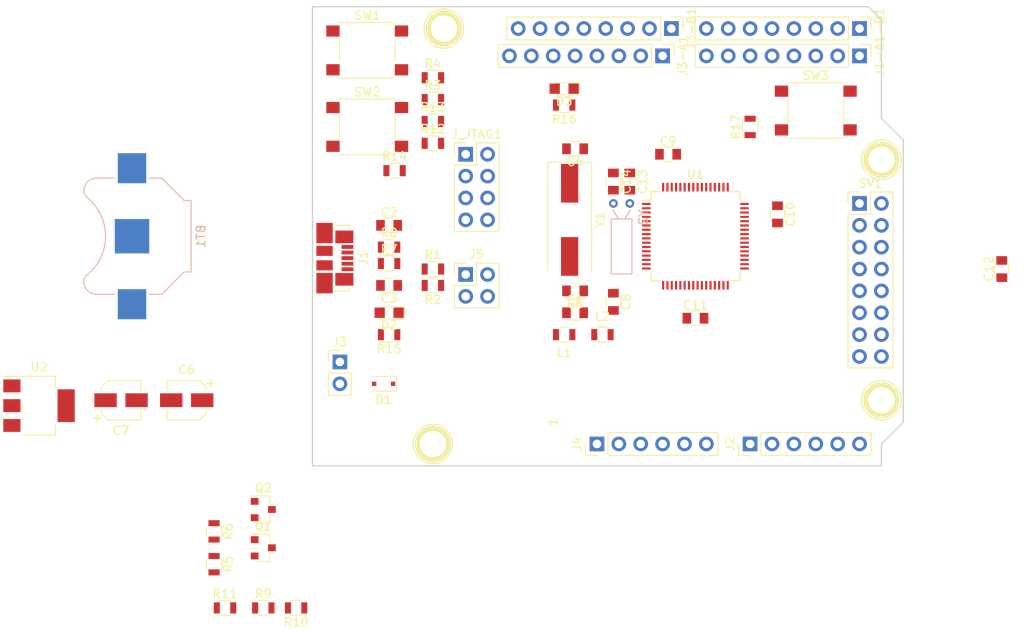
<source format=kicad_pcb>
(kicad_pcb (version 4) (host pcbnew 4.0.7)

  (general
    (links 178)
    (no_connects 178)
    (area 73.987999 70.907 181.436334 174.105)
    (thickness 1.6)
    (drawings 10)
    (tracks 0)
    (zones 0)
    (modules 61)
    (nets 76)
  )

  (page A4)
  (title_block
    (date "lun. 30 mars 2015")
  )

  (layers
    (0 F.Cu signal)
    (31 B.Cu signal)
    (32 B.Adhes user)
    (33 F.Adhes user)
    (34 B.Paste user)
    (35 F.Paste user)
    (36 B.SilkS user)
    (37 F.SilkS user)
    (38 B.Mask user)
    (39 F.Mask user)
    (40 Dwgs.User user)
    (41 Cmts.User user)
    (42 Eco1.User user)
    (43 Eco2.User user)
    (44 Edge.Cuts user)
    (45 Margin user)
    (46 B.CrtYd user)
    (47 F.CrtYd user)
    (48 B.Fab user)
    (49 F.Fab user)
  )

  (setup
    (last_trace_width 0.25)
    (trace_clearance 0.2)
    (zone_clearance 0.508)
    (zone_45_only no)
    (trace_min 0.2)
    (segment_width 0.15)
    (edge_width 0.15)
    (via_size 0.6)
    (via_drill 0.4)
    (via_min_size 0.4)
    (via_min_drill 0.3)
    (uvia_size 0.3)
    (uvia_drill 0.1)
    (uvias_allowed no)
    (uvia_min_size 0.2)
    (uvia_min_drill 0.1)
    (pcb_text_width 0.3)
    (pcb_text_size 1.5 1.5)
    (mod_edge_width 0.15)
    (mod_text_size 1 1)
    (mod_text_width 0.15)
    (pad_size 4.064 4.064)
    (pad_drill 3.048)
    (pad_to_mask_clearance 0)
    (aux_axis_origin 110.998 126.365)
    (grid_origin 110.998 126.365)
    (visible_elements 7FFFFFFF)
    (pcbplotparams
      (layerselection 0x00030_80000001)
      (usegerberextensions false)
      (excludeedgelayer true)
      (linewidth 0.100000)
      (plotframeref false)
      (viasonmask false)
      (mode 1)
      (useauxorigin false)
      (hpglpennumber 1)
      (hpglpenspeed 20)
      (hpglpendiameter 15)
      (hpglpenoverlay 2)
      (psnegative false)
      (psa4output false)
      (plotreference true)
      (plotvalue true)
      (plotinvisibletext false)
      (padsonsilk false)
      (subtractmaskfromsilk false)
      (outputformat 1)
      (mirror false)
      (drillshape 1)
      (scaleselection 1)
      (outputdirectory ""))
  )

  (net 0 "")
  (net 1 GND)
  (net 2 /Vin)
  (net 3 /8)
  (net 4 /7)
  (net 5 /4)
  (net 6 /2)
  (net 7 "Net-(P5-Pad1)")
  (net 8 "Net-(P6-Pad1)")
  (net 9 "Net-(P7-Pad1)")
  (net 10 "Net-(P8-Pad1)")
  (net 11 /VBAT)
  (net 12 "Net-(C1-Pad1)")
  (net 13 "Net-(C2-Pad1)")
  (net 14 "Net-(C3-Pad1)")
  (net 15 /OSC1)
  (net 16 /OSC2)
  (net 17 VDD)
  (net 18 /VDDA)
  (net 19 /21)
  (net 20 /22)
  (net 21 "Net-(D1-Pad1)")
  (net 22 "Net-(D1-Pad2)")
  (net 23 "Net-(D2-Pad1)")
  (net 24 /13)
  (net 25 "Net-(D3-Pad1)")
  (net 26 VBUS)
  (net 27 "Net-(J1-Pad2)")
  (net 28 "Net-(J1-Pad3)")
  (net 29 "Net-(J1-Pad4)")
  (net 30 /0)
  (net 31 /1)
  (net 32 /3)
  (net 33 /5)
  (net 34 /6)
  (net 35 /15)
  (net 36 /16)
  (net 37 /17)
  (net 38 /18)
  (net 39 /19)
  (net 40 /20)
  (net 41 /9)
  (net 42 /10)
  (net 43 /11)
  (net 44 /12)
  (net 45 /14)
  (net 46 /JTAG-TRST)
  (net 47 /JTAG-TMS)
  (net 48 /JTAG-TDO)
  (net 49 /JTAG-TCK)
  (net 50 /JTAG-TDI)
  (net 51 "Net-(Q1-Pad1)")
  (net 52 "Net-(Q1-Pad2)")
  (net 53 "Net-(Q2-Pad3)")
  (net 54 /USB_P)
  (net 55 "Net-(R4-Pad1)")
  (net 56 /DISC)
  (net 57 /BOOT0)
  (net 58 "Net-(R13-Pad2)")
  (net 59 "Net-(R14-Pad2)")
  (net 60 "Net-(R17-Pad1)")
  (net 61 /36)
  (net 62 /34)
  (net 63 /32)
  (net 64 /30)
  (net 65 /28)
  (net 66 /26)
  (net 67 /24)
  (net 68 /23)
  (net 69 /25)
  (net 70 /27)
  (net 71 /29)
  (net 72 /31)
  (net 73 /33)
  (net 74 /35)
  (net 75 /37)

  (net_class Default "This is the default net class."
    (clearance 0.2)
    (trace_width 0.25)
    (via_dia 0.6)
    (via_drill 0.4)
    (uvia_dia 0.3)
    (uvia_drill 0.1)
    (add_net /0)
    (add_net /1)
    (add_net /10)
    (add_net /11)
    (add_net /12)
    (add_net /13)
    (add_net /14)
    (add_net /15)
    (add_net /16)
    (add_net /17)
    (add_net /18)
    (add_net /19)
    (add_net /2)
    (add_net /20)
    (add_net /21)
    (add_net /22)
    (add_net /23)
    (add_net /24)
    (add_net /25)
    (add_net /26)
    (add_net /27)
    (add_net /28)
    (add_net /29)
    (add_net /3)
    (add_net /30)
    (add_net /31)
    (add_net /32)
    (add_net /33)
    (add_net /34)
    (add_net /35)
    (add_net /36)
    (add_net /37)
    (add_net /4)
    (add_net /5)
    (add_net /6)
    (add_net /7)
    (add_net /8)
    (add_net /9)
    (add_net /BOOT0)
    (add_net /DISC)
    (add_net /JTAG-TCK)
    (add_net /JTAG-TDI)
    (add_net /JTAG-TDO)
    (add_net /JTAG-TMS)
    (add_net /JTAG-TRST)
    (add_net /OSC1)
    (add_net /OSC2)
    (add_net /USB_P)
    (add_net /VBAT)
    (add_net /VDDA)
    (add_net /Vin)
    (add_net GND)
    (add_net "Net-(C1-Pad1)")
    (add_net "Net-(C2-Pad1)")
    (add_net "Net-(C3-Pad1)")
    (add_net "Net-(D1-Pad1)")
    (add_net "Net-(D1-Pad2)")
    (add_net "Net-(D2-Pad1)")
    (add_net "Net-(D3-Pad1)")
    (add_net "Net-(J1-Pad2)")
    (add_net "Net-(J1-Pad3)")
    (add_net "Net-(J1-Pad4)")
    (add_net "Net-(P5-Pad1)")
    (add_net "Net-(P6-Pad1)")
    (add_net "Net-(P7-Pad1)")
    (add_net "Net-(P8-Pad1)")
    (add_net "Net-(Q1-Pad1)")
    (add_net "Net-(Q1-Pad2)")
    (add_net "Net-(Q2-Pad3)")
    (add_net "Net-(R13-Pad2)")
    (add_net "Net-(R14-Pad2)")
    (add_net "Net-(R17-Pad1)")
    (add_net "Net-(R4-Pad1)")
    (add_net VBUS)
    (add_net VDD)
  )

  (module Buttons_Switches_SMD:SW_SPST_PTS645 locked (layer F.Cu) (tedit 58724A80) (tstamp 5AECAFCD)
    (at 116.713 86.36)
    (descr "C&K Components SPST SMD PTS645 Series 6mm Tact Switch")
    (tags "SPST Button Switch")
    (path /5AE3FAA7)
    (attr smd)
    (fp_text reference SW2 (at 0 -4.05) (layer F.SilkS)
      (effects (font (size 1 1) (thickness 0.15)))
    )
    (fp_text value SW_Push (at 0 4.15) (layer F.Fab)
      (effects (font (size 1 1) (thickness 0.15)))
    )
    (fp_text user %R (at 0 -4.05) (layer F.Fab)
      (effects (font (size 1 1) (thickness 0.15)))
    )
    (fp_line (start -3 -3) (end -3 3) (layer F.Fab) (width 0.1))
    (fp_line (start -3 3) (end 3 3) (layer F.Fab) (width 0.1))
    (fp_line (start 3 3) (end 3 -3) (layer F.Fab) (width 0.1))
    (fp_line (start 3 -3) (end -3 -3) (layer F.Fab) (width 0.1))
    (fp_line (start 5.05 3.4) (end 5.05 -3.4) (layer F.CrtYd) (width 0.05))
    (fp_line (start -5.05 -3.4) (end -5.05 3.4) (layer F.CrtYd) (width 0.05))
    (fp_line (start -5.05 3.4) (end 5.05 3.4) (layer F.CrtYd) (width 0.05))
    (fp_line (start -5.05 -3.4) (end 5.05 -3.4) (layer F.CrtYd) (width 0.05))
    (fp_line (start 3.23 -3.23) (end 3.23 -3.2) (layer F.SilkS) (width 0.12))
    (fp_line (start 3.23 3.23) (end 3.23 3.2) (layer F.SilkS) (width 0.12))
    (fp_line (start -3.23 3.23) (end -3.23 3.2) (layer F.SilkS) (width 0.12))
    (fp_line (start -3.23 -3.2) (end -3.23 -3.23) (layer F.SilkS) (width 0.12))
    (fp_line (start 3.23 -1.3) (end 3.23 1.3) (layer F.SilkS) (width 0.12))
    (fp_line (start -3.23 -3.23) (end 3.23 -3.23) (layer F.SilkS) (width 0.12))
    (fp_line (start -3.23 -1.3) (end -3.23 1.3) (layer F.SilkS) (width 0.12))
    (fp_line (start -3.23 3.23) (end 3.23 3.23) (layer F.SilkS) (width 0.12))
    (fp_circle (center 0 0) (end 1.75 -0.05) (layer F.Fab) (width 0.1))
    (pad 2 smd rect (at -3.98 2.25) (size 1.55 1.3) (layers F.Cu F.Paste F.Mask)
      (net 59 "Net-(R14-Pad2)"))
    (pad 1 smd rect (at -3.98 -2.25) (size 1.55 1.3) (layers F.Cu F.Paste F.Mask)
      (net 57 /BOOT0))
    (pad 1 smd rect (at 3.98 -2.25) (size 1.55 1.3) (layers F.Cu F.Paste F.Mask)
      (net 57 /BOOT0))
    (pad 2 smd rect (at 3.98 2.25) (size 1.55 1.3) (layers F.Cu F.Paste F.Mask)
      (net 59 "Net-(R14-Pad2)"))
    (model ${KISYS3DMOD}/Buttons_Switches_SMD.3dshapes/SW_SPST_PTS645.wrl
      (at (xyz 0 0 0))
      (scale (xyz 1 1 1))
      (rotate (xyz 0 0 0))
    )
  )

  (module Socket_Arduino_Uno:Arduino_1pin locked (layer F.Cu) (tedit 5524FC39) (tstamp 5524FC3F)
    (at 124.333 123.19)
    (descr "module 1 pin (ou trou mecanique de percage)")
    (tags DEV)
    (path /56D71177)
    (fp_text reference P5 (at 0 -3.048) (layer F.SilkS) hide
      (effects (font (size 1 1) (thickness 0.15)))
    )
    (fp_text value CONN_01X01 (at 0 2.794) (layer F.Fab) hide
      (effects (font (size 1 1) (thickness 0.15)))
    )
    (fp_circle (center 0 0) (end 0 -2.286) (layer F.SilkS) (width 0.15))
    (pad 1 thru_hole circle (at 0 0) (size 4.064 4.064) (drill 3.048) (layers *.Cu *.Mask F.SilkS)
      (net 7 "Net-(P5-Pad1)"))
  )

  (module Socket_Arduino_Uno:Arduino_1pin locked (layer F.Cu) (tedit 5524FC4A) (tstamp 5524FC44)
    (at 176.403 118.11)
    (descr "module 1 pin (ou trou mecanique de percage)")
    (tags DEV)
    (path /56D71274)
    (fp_text reference P6 (at 0 -3.048) (layer F.SilkS) hide
      (effects (font (size 1 1) (thickness 0.15)))
    )
    (fp_text value CONN_01X01 (at 0 2.794) (layer F.Fab) hide
      (effects (font (size 1 1) (thickness 0.15)))
    )
    (fp_circle (center 0 0) (end 0 -2.286) (layer F.SilkS) (width 0.15))
    (pad 1 thru_hole circle (at 0 0) (size 4.064 4.064) (drill 3.048) (layers *.Cu *.Mask F.SilkS)
      (net 8 "Net-(P6-Pad1)"))
  )

  (module Socket_Arduino_Uno:Arduino_1pin locked (layer F.Cu) (tedit 5524FC2F) (tstamp 5524FC49)
    (at 125.603 74.93)
    (descr "module 1 pin (ou trou mecanique de percage)")
    (tags DEV)
    (path /56D712A8)
    (fp_text reference P7 (at 0 -3.048) (layer F.SilkS) hide
      (effects (font (size 1 1) (thickness 0.15)))
    )
    (fp_text value CONN_01X01 (at 0 2.794) (layer F.Fab) hide
      (effects (font (size 1 1) (thickness 0.15)))
    )
    (fp_circle (center 0 0) (end 0 -2.286) (layer F.SilkS) (width 0.15))
    (pad 1 thru_hole circle (at 0 0) (size 4.064 4.064) (drill 3.048) (layers *.Cu *.Mask F.SilkS)
      (net 9 "Net-(P7-Pad1)"))
  )

  (module Socket_Arduino_Uno:Arduino_1pin locked (layer F.Cu) (tedit 5524FC41) (tstamp 5524FC4E)
    (at 176.403 90.17)
    (descr "module 1 pin (ou trou mecanique de percage)")
    (tags DEV)
    (path /56D712DB)
    (fp_text reference P8 (at 0 -3.048) (layer F.SilkS) hide
      (effects (font (size 1 1) (thickness 0.15)))
    )
    (fp_text value CONN_01X01 (at 0 2.794) (layer F.Fab) hide
      (effects (font (size 1 1) (thickness 0.15)))
    )
    (fp_circle (center 0 0) (end 0 -2.286) (layer F.SilkS) (width 0.15))
    (pad 1 thru_hole circle (at 0 0) (size 4.064 4.064) (drill 3.048) (layers *.Cu *.Mask F.SilkS)
      (net 10 "Net-(P8-Pad1)"))
  )

  (module Capacitors_SMD:C_0805 (layer F.Cu) (tedit 58AA8463) (tstamp 5AECABBD)
    (at 140.843 107.95)
    (descr "Capacitor SMD 0805, reflow soldering, AVX (see smccp.pdf)")
    (tags "capacitor 0805")
    (path /5AE3C956)
    (attr smd)
    (fp_text reference C1 (at 0 -1.5) (layer F.SilkS)
      (effects (font (size 1 1) (thickness 0.15)))
    )
    (fp_text value 1uF (at 0 1.75) (layer F.Fab)
      (effects (font (size 1 1) (thickness 0.15)))
    )
    (fp_text user %R (at 0 -1.5) (layer F.Fab)
      (effects (font (size 1 1) (thickness 0.15)))
    )
    (fp_line (start -1 0.62) (end -1 -0.62) (layer F.Fab) (width 0.1))
    (fp_line (start 1 0.62) (end -1 0.62) (layer F.Fab) (width 0.1))
    (fp_line (start 1 -0.62) (end 1 0.62) (layer F.Fab) (width 0.1))
    (fp_line (start -1 -0.62) (end 1 -0.62) (layer F.Fab) (width 0.1))
    (fp_line (start 0.5 -0.85) (end -0.5 -0.85) (layer F.SilkS) (width 0.12))
    (fp_line (start -0.5 0.85) (end 0.5 0.85) (layer F.SilkS) (width 0.12))
    (fp_line (start -1.75 -0.88) (end 1.75 -0.88) (layer F.CrtYd) (width 0.05))
    (fp_line (start -1.75 -0.88) (end -1.75 0.87) (layer F.CrtYd) (width 0.05))
    (fp_line (start 1.75 0.87) (end 1.75 -0.88) (layer F.CrtYd) (width 0.05))
    (fp_line (start 1.75 0.87) (end -1.75 0.87) (layer F.CrtYd) (width 0.05))
    (pad 1 smd rect (at -1 0) (size 1 1.25) (layers F.Cu F.Paste F.Mask)
      (net 12 "Net-(C1-Pad1)"))
    (pad 2 smd rect (at 1 0) (size 1 1.25) (layers F.Cu F.Paste F.Mask)
      (net 1 GND))
    (model Capacitors_SMD.3dshapes/C_0805.wrl
      (at (xyz 0 0 0))
      (scale (xyz 1 1 1))
      (rotate (xyz 0 0 0))
    )
  )

  (module Capacitors_SMD:C_0805 (layer F.Cu) (tedit 58AA8463) (tstamp 5AECABCE)
    (at 119.253 97.79)
    (descr "Capacitor SMD 0805, reflow soldering, AVX (see smccp.pdf)")
    (tags "capacitor 0805")
    (path /5AE37E43)
    (attr smd)
    (fp_text reference C2 (at 0 -1.5) (layer F.SilkS)
      (effects (font (size 1 1) (thickness 0.15)))
    )
    (fp_text value 47pF (at 0 1.75) (layer F.Fab)
      (effects (font (size 1 1) (thickness 0.15)))
    )
    (fp_text user %R (at 0 -1.5) (layer F.Fab)
      (effects (font (size 1 1) (thickness 0.15)))
    )
    (fp_line (start -1 0.62) (end -1 -0.62) (layer F.Fab) (width 0.1))
    (fp_line (start 1 0.62) (end -1 0.62) (layer F.Fab) (width 0.1))
    (fp_line (start 1 -0.62) (end 1 0.62) (layer F.Fab) (width 0.1))
    (fp_line (start -1 -0.62) (end 1 -0.62) (layer F.Fab) (width 0.1))
    (fp_line (start 0.5 -0.85) (end -0.5 -0.85) (layer F.SilkS) (width 0.12))
    (fp_line (start -0.5 0.85) (end 0.5 0.85) (layer F.SilkS) (width 0.12))
    (fp_line (start -1.75 -0.88) (end 1.75 -0.88) (layer F.CrtYd) (width 0.05))
    (fp_line (start -1.75 -0.88) (end -1.75 0.87) (layer F.CrtYd) (width 0.05))
    (fp_line (start 1.75 0.87) (end 1.75 -0.88) (layer F.CrtYd) (width 0.05))
    (fp_line (start 1.75 0.87) (end -1.75 0.87) (layer F.CrtYd) (width 0.05))
    (pad 1 smd rect (at -1 0) (size 1 1.25) (layers F.Cu F.Paste F.Mask)
      (net 13 "Net-(C2-Pad1)"))
    (pad 2 smd rect (at 1 0) (size 1 1.25) (layers F.Cu F.Paste F.Mask)
      (net 1 GND))
    (model Capacitors_SMD.3dshapes/C_0805.wrl
      (at (xyz 0 0 0))
      (scale (xyz 1 1 1))
      (rotate (xyz 0 0 0))
    )
  )

  (module Capacitors_SMD:C_0805 (layer F.Cu) (tedit 58AA8463) (tstamp 5AECABDF)
    (at 119.253 104.775 180)
    (descr "Capacitor SMD 0805, reflow soldering, AVX (see smccp.pdf)")
    (tags "capacitor 0805")
    (path /5AE37E8B)
    (attr smd)
    (fp_text reference C3 (at 0 -1.5 180) (layer F.SilkS)
      (effects (font (size 1 1) (thickness 0.15)))
    )
    (fp_text value 47pF (at 0 1.75 180) (layer F.Fab)
      (effects (font (size 1 1) (thickness 0.15)))
    )
    (fp_text user %R (at 0 -1.5 180) (layer F.Fab)
      (effects (font (size 1 1) (thickness 0.15)))
    )
    (fp_line (start -1 0.62) (end -1 -0.62) (layer F.Fab) (width 0.1))
    (fp_line (start 1 0.62) (end -1 0.62) (layer F.Fab) (width 0.1))
    (fp_line (start 1 -0.62) (end 1 0.62) (layer F.Fab) (width 0.1))
    (fp_line (start -1 -0.62) (end 1 -0.62) (layer F.Fab) (width 0.1))
    (fp_line (start 0.5 -0.85) (end -0.5 -0.85) (layer F.SilkS) (width 0.12))
    (fp_line (start -0.5 0.85) (end 0.5 0.85) (layer F.SilkS) (width 0.12))
    (fp_line (start -1.75 -0.88) (end 1.75 -0.88) (layer F.CrtYd) (width 0.05))
    (fp_line (start -1.75 -0.88) (end -1.75 0.87) (layer F.CrtYd) (width 0.05))
    (fp_line (start 1.75 0.87) (end 1.75 -0.88) (layer F.CrtYd) (width 0.05))
    (fp_line (start 1.75 0.87) (end -1.75 0.87) (layer F.CrtYd) (width 0.05))
    (pad 1 smd rect (at -1 0 180) (size 1 1.25) (layers F.Cu F.Paste F.Mask)
      (net 14 "Net-(C3-Pad1)"))
    (pad 2 smd rect (at 1 0 180) (size 1 1.25) (layers F.Cu F.Paste F.Mask)
      (net 1 GND))
    (model Capacitors_SMD.3dshapes/C_0805.wrl
      (at (xyz 0 0 0))
      (scale (xyz 1 1 1))
      (rotate (xyz 0 0 0))
    )
  )

  (module Capacitors_SMD:C_0805 (layer F.Cu) (tedit 58AA8463) (tstamp 5AECABF0)
    (at 140.843 88.9 180)
    (descr "Capacitor SMD 0805, reflow soldering, AVX (see smccp.pdf)")
    (tags "capacitor 0805")
    (path /5AE41FC7)
    (attr smd)
    (fp_text reference C4 (at 0 -1.5 180) (layer F.SilkS)
      (effects (font (size 1 1) (thickness 0.15)))
    )
    (fp_text value ?pF (at 0 1.75 180) (layer F.Fab)
      (effects (font (size 1 1) (thickness 0.15)))
    )
    (fp_text user %R (at 0 -1.5 180) (layer F.Fab)
      (effects (font (size 1 1) (thickness 0.15)))
    )
    (fp_line (start -1 0.62) (end -1 -0.62) (layer F.Fab) (width 0.1))
    (fp_line (start 1 0.62) (end -1 0.62) (layer F.Fab) (width 0.1))
    (fp_line (start 1 -0.62) (end 1 0.62) (layer F.Fab) (width 0.1))
    (fp_line (start -1 -0.62) (end 1 -0.62) (layer F.Fab) (width 0.1))
    (fp_line (start 0.5 -0.85) (end -0.5 -0.85) (layer F.SilkS) (width 0.12))
    (fp_line (start -0.5 0.85) (end 0.5 0.85) (layer F.SilkS) (width 0.12))
    (fp_line (start -1.75 -0.88) (end 1.75 -0.88) (layer F.CrtYd) (width 0.05))
    (fp_line (start -1.75 -0.88) (end -1.75 0.87) (layer F.CrtYd) (width 0.05))
    (fp_line (start 1.75 0.87) (end 1.75 -0.88) (layer F.CrtYd) (width 0.05))
    (fp_line (start 1.75 0.87) (end -1.75 0.87) (layer F.CrtYd) (width 0.05))
    (pad 1 smd rect (at -1 0 180) (size 1 1.25) (layers F.Cu F.Paste F.Mask)
      (net 1 GND))
    (pad 2 smd rect (at 1 0 180) (size 1 1.25) (layers F.Cu F.Paste F.Mask)
      (net 15 /OSC1))
    (model Capacitors_SMD.3dshapes/C_0805.wrl
      (at (xyz 0 0 0))
      (scale (xyz 1 1 1))
      (rotate (xyz 0 0 0))
    )
  )

  (module Capacitors_SMD:C_0805 (layer F.Cu) (tedit 58AA8463) (tstamp 5AECAC01)
    (at 140.843 105.41 180)
    (descr "Capacitor SMD 0805, reflow soldering, AVX (see smccp.pdf)")
    (tags "capacitor 0805")
    (path /5AE4293D)
    (attr smd)
    (fp_text reference C5 (at 0 -1.5 180) (layer F.SilkS)
      (effects (font (size 1 1) (thickness 0.15)))
    )
    (fp_text value ?pF (at 0 1.75 180) (layer F.Fab)
      (effects (font (size 1 1) (thickness 0.15)))
    )
    (fp_text user %R (at 0 -1.5 180) (layer F.Fab)
      (effects (font (size 1 1) (thickness 0.15)))
    )
    (fp_line (start -1 0.62) (end -1 -0.62) (layer F.Fab) (width 0.1))
    (fp_line (start 1 0.62) (end -1 0.62) (layer F.Fab) (width 0.1))
    (fp_line (start 1 -0.62) (end 1 0.62) (layer F.Fab) (width 0.1))
    (fp_line (start -1 -0.62) (end 1 -0.62) (layer F.Fab) (width 0.1))
    (fp_line (start 0.5 -0.85) (end -0.5 -0.85) (layer F.SilkS) (width 0.12))
    (fp_line (start -0.5 0.85) (end 0.5 0.85) (layer F.SilkS) (width 0.12))
    (fp_line (start -1.75 -0.88) (end 1.75 -0.88) (layer F.CrtYd) (width 0.05))
    (fp_line (start -1.75 -0.88) (end -1.75 0.87) (layer F.CrtYd) (width 0.05))
    (fp_line (start 1.75 0.87) (end 1.75 -0.88) (layer F.CrtYd) (width 0.05))
    (fp_line (start 1.75 0.87) (end -1.75 0.87) (layer F.CrtYd) (width 0.05))
    (pad 1 smd rect (at -1 0 180) (size 1 1.25) (layers F.Cu F.Paste F.Mask)
      (net 1 GND))
    (pad 2 smd rect (at 1 0 180) (size 1 1.25) (layers F.Cu F.Paste F.Mask)
      (net 16 /OSC2))
    (model Capacitors_SMD.3dshapes/C_0805.wrl
      (at (xyz 0 0 0))
      (scale (xyz 1 1 1))
      (rotate (xyz 0 0 0))
    )
  )

  (module Capacitors_SMD:CP_Elec_4x5.8 (layer F.Cu) (tedit 58AA8627) (tstamp 5AECAC1D)
    (at 95.758 118.11 180)
    (descr "SMT capacitor, aluminium electrolytic, 4x5.8")
    (path /5AE4D9F6)
    (attr smd)
    (fp_text reference C6 (at 0 3.54 180) (layer F.SilkS)
      (effects (font (size 1 1) (thickness 0.15)))
    )
    (fp_text value 22uF (at 0 -3.54 180) (layer F.Fab)
      (effects (font (size 1 1) (thickness 0.15)))
    )
    (fp_circle (center 0 0) (end 0 2) (layer F.Fab) (width 0.1))
    (fp_text user + (at -1.12 -0.06 180) (layer F.Fab)
      (effects (font (size 1 1) (thickness 0.15)))
    )
    (fp_text user + (at -2.78 2.01 180) (layer F.SilkS)
      (effects (font (size 1 1) (thickness 0.15)))
    )
    (fp_text user %R (at 0 3.54 180) (layer F.Fab)
      (effects (font (size 1 1) (thickness 0.15)))
    )
    (fp_line (start 2.13 2.13) (end 2.13 -2.13) (layer F.Fab) (width 0.1))
    (fp_line (start -1.46 2.13) (end 2.13 2.13) (layer F.Fab) (width 0.1))
    (fp_line (start -2.13 1.46) (end -1.46 2.13) (layer F.Fab) (width 0.1))
    (fp_line (start -2.13 -1.46) (end -2.13 1.46) (layer F.Fab) (width 0.1))
    (fp_line (start -1.46 -2.13) (end -2.13 -1.46) (layer F.Fab) (width 0.1))
    (fp_line (start 2.13 -2.13) (end -1.46 -2.13) (layer F.Fab) (width 0.1))
    (fp_line (start -2.29 1.52) (end -2.29 1.12) (layer F.SilkS) (width 0.12))
    (fp_line (start 2.29 2.29) (end 2.29 1.12) (layer F.SilkS) (width 0.12))
    (fp_line (start 2.29 -2.29) (end 2.29 -1.12) (layer F.SilkS) (width 0.12))
    (fp_line (start -2.29 -1.52) (end -2.29 -1.12) (layer F.SilkS) (width 0.12))
    (fp_line (start -1.52 2.29) (end 2.29 2.29) (layer F.SilkS) (width 0.12))
    (fp_line (start -1.52 2.29) (end -2.29 1.52) (layer F.SilkS) (width 0.12))
    (fp_line (start -1.52 -2.29) (end 2.29 -2.29) (layer F.SilkS) (width 0.12))
    (fp_line (start -1.52 -2.29) (end -2.29 -1.52) (layer F.SilkS) (width 0.12))
    (fp_line (start -3.35 -2.39) (end 3.35 -2.39) (layer F.CrtYd) (width 0.05))
    (fp_line (start -3.35 -2.39) (end -3.35 2.38) (layer F.CrtYd) (width 0.05))
    (fp_line (start 3.35 2.38) (end 3.35 -2.39) (layer F.CrtYd) (width 0.05))
    (fp_line (start 3.35 2.38) (end -3.35 2.38) (layer F.CrtYd) (width 0.05))
    (pad 1 smd rect (at -1.8 0) (size 2.6 1.6) (layers F.Cu F.Paste F.Mask)
      (net 2 /Vin))
    (pad 2 smd rect (at 1.8 0) (size 2.6 1.6) (layers F.Cu F.Paste F.Mask)
      (net 1 GND))
    (model Capacitors_SMD.3dshapes/CP_Elec_4x5.8.wrl
      (at (xyz 0 0 0))
      (scale (xyz 1 1 1))
      (rotate (xyz 0 0 180))
    )
  )

  (module Capacitors_SMD:CP_Elec_4x5.8 (layer F.Cu) (tedit 58AA8627) (tstamp 5AECAC39)
    (at 88.138 118.11)
    (descr "SMT capacitor, aluminium electrolytic, 4x5.8")
    (path /5AE4E2E7)
    (attr smd)
    (fp_text reference C7 (at 0 3.54) (layer F.SilkS)
      (effects (font (size 1 1) (thickness 0.15)))
    )
    (fp_text value 22uF (at 0 -3.54) (layer F.Fab)
      (effects (font (size 1 1) (thickness 0.15)))
    )
    (fp_circle (center 0 0) (end 0 2) (layer F.Fab) (width 0.1))
    (fp_text user + (at -1.12 -0.06) (layer F.Fab)
      (effects (font (size 1 1) (thickness 0.15)))
    )
    (fp_text user + (at -2.78 2.01) (layer F.SilkS)
      (effects (font (size 1 1) (thickness 0.15)))
    )
    (fp_text user %R (at 0 3.54) (layer F.Fab)
      (effects (font (size 1 1) (thickness 0.15)))
    )
    (fp_line (start 2.13 2.13) (end 2.13 -2.13) (layer F.Fab) (width 0.1))
    (fp_line (start -1.46 2.13) (end 2.13 2.13) (layer F.Fab) (width 0.1))
    (fp_line (start -2.13 1.46) (end -1.46 2.13) (layer F.Fab) (width 0.1))
    (fp_line (start -2.13 -1.46) (end -2.13 1.46) (layer F.Fab) (width 0.1))
    (fp_line (start -1.46 -2.13) (end -2.13 -1.46) (layer F.Fab) (width 0.1))
    (fp_line (start 2.13 -2.13) (end -1.46 -2.13) (layer F.Fab) (width 0.1))
    (fp_line (start -2.29 1.52) (end -2.29 1.12) (layer F.SilkS) (width 0.12))
    (fp_line (start 2.29 2.29) (end 2.29 1.12) (layer F.SilkS) (width 0.12))
    (fp_line (start 2.29 -2.29) (end 2.29 -1.12) (layer F.SilkS) (width 0.12))
    (fp_line (start -2.29 -1.52) (end -2.29 -1.12) (layer F.SilkS) (width 0.12))
    (fp_line (start -1.52 2.29) (end 2.29 2.29) (layer F.SilkS) (width 0.12))
    (fp_line (start -1.52 2.29) (end -2.29 1.52) (layer F.SilkS) (width 0.12))
    (fp_line (start -1.52 -2.29) (end 2.29 -2.29) (layer F.SilkS) (width 0.12))
    (fp_line (start -1.52 -2.29) (end -2.29 -1.52) (layer F.SilkS) (width 0.12))
    (fp_line (start -3.35 -2.39) (end 3.35 -2.39) (layer F.CrtYd) (width 0.05))
    (fp_line (start -3.35 -2.39) (end -3.35 2.38) (layer F.CrtYd) (width 0.05))
    (fp_line (start 3.35 2.38) (end 3.35 -2.39) (layer F.CrtYd) (width 0.05))
    (fp_line (start 3.35 2.38) (end -3.35 2.38) (layer F.CrtYd) (width 0.05))
    (pad 1 smd rect (at -1.8 0 180) (size 2.6 1.6) (layers F.Cu F.Paste F.Mask)
      (net 17 VDD))
    (pad 2 smd rect (at 1.8 0 180) (size 2.6 1.6) (layers F.Cu F.Paste F.Mask)
      (net 1 GND))
    (model Capacitors_SMD.3dshapes/CP_Elec_4x5.8.wrl
      (at (xyz 0 0 0))
      (scale (xyz 1 1 1))
      (rotate (xyz 0 0 180))
    )
  )

  (module Capacitors_SMD:C_0805 (layer F.Cu) (tedit 58AA8463) (tstamp 5AECAC4A)
    (at 145.288 106.68 270)
    (descr "Capacitor SMD 0805, reflow soldering, AVX (see smccp.pdf)")
    (tags "capacitor 0805")
    (path /5AE9DA5F)
    (attr smd)
    (fp_text reference C8 (at 0 -1.5 270) (layer F.SilkS)
      (effects (font (size 1 1) (thickness 0.15)))
    )
    (fp_text value 1uF (at 0 1.75 270) (layer F.Fab)
      (effects (font (size 1 1) (thickness 0.15)))
    )
    (fp_text user %R (at 0 -1.5 270) (layer F.Fab)
      (effects (font (size 1 1) (thickness 0.15)))
    )
    (fp_line (start -1 0.62) (end -1 -0.62) (layer F.Fab) (width 0.1))
    (fp_line (start 1 0.62) (end -1 0.62) (layer F.Fab) (width 0.1))
    (fp_line (start 1 -0.62) (end 1 0.62) (layer F.Fab) (width 0.1))
    (fp_line (start -1 -0.62) (end 1 -0.62) (layer F.Fab) (width 0.1))
    (fp_line (start 0.5 -0.85) (end -0.5 -0.85) (layer F.SilkS) (width 0.12))
    (fp_line (start -0.5 0.85) (end 0.5 0.85) (layer F.SilkS) (width 0.12))
    (fp_line (start -1.75 -0.88) (end 1.75 -0.88) (layer F.CrtYd) (width 0.05))
    (fp_line (start -1.75 -0.88) (end -1.75 0.87) (layer F.CrtYd) (width 0.05))
    (fp_line (start 1.75 0.87) (end 1.75 -0.88) (layer F.CrtYd) (width 0.05))
    (fp_line (start 1.75 0.87) (end -1.75 0.87) (layer F.CrtYd) (width 0.05))
    (pad 1 smd rect (at -1 0 270) (size 1 1.25) (layers F.Cu F.Paste F.Mask)
      (net 18 /VDDA))
    (pad 2 smd rect (at 1 0 270) (size 1 1.25) (layers F.Cu F.Paste F.Mask)
      (net 1 GND))
    (model Capacitors_SMD.3dshapes/C_0805.wrl
      (at (xyz 0 0 0))
      (scale (xyz 1 1 1))
      (rotate (xyz 0 0 0))
    )
  )

  (module Capacitors_SMD:C_0805 (layer F.Cu) (tedit 58AA8463) (tstamp 5AECAC5B)
    (at 151.638 89.535)
    (descr "Capacitor SMD 0805, reflow soldering, AVX (see smccp.pdf)")
    (tags "capacitor 0805")
    (path /5AEA3019)
    (attr smd)
    (fp_text reference C9 (at 0 -1.5) (layer F.SilkS)
      (effects (font (size 1 1) (thickness 0.15)))
    )
    (fp_text value 1uF (at 0 1.75) (layer F.Fab)
      (effects (font (size 1 1) (thickness 0.15)))
    )
    (fp_text user %R (at 0 -1.5) (layer F.Fab)
      (effects (font (size 1 1) (thickness 0.15)))
    )
    (fp_line (start -1 0.62) (end -1 -0.62) (layer F.Fab) (width 0.1))
    (fp_line (start 1 0.62) (end -1 0.62) (layer F.Fab) (width 0.1))
    (fp_line (start 1 -0.62) (end 1 0.62) (layer F.Fab) (width 0.1))
    (fp_line (start -1 -0.62) (end 1 -0.62) (layer F.Fab) (width 0.1))
    (fp_line (start 0.5 -0.85) (end -0.5 -0.85) (layer F.SilkS) (width 0.12))
    (fp_line (start -0.5 0.85) (end 0.5 0.85) (layer F.SilkS) (width 0.12))
    (fp_line (start -1.75 -0.88) (end 1.75 -0.88) (layer F.CrtYd) (width 0.05))
    (fp_line (start -1.75 -0.88) (end -1.75 0.87) (layer F.CrtYd) (width 0.05))
    (fp_line (start 1.75 0.87) (end 1.75 -0.88) (layer F.CrtYd) (width 0.05))
    (fp_line (start 1.75 0.87) (end -1.75 0.87) (layer F.CrtYd) (width 0.05))
    (pad 1 smd rect (at -1 0) (size 1 1.25) (layers F.Cu F.Paste F.Mask)
      (net 17 VDD))
    (pad 2 smd rect (at 1 0) (size 1 1.25) (layers F.Cu F.Paste F.Mask)
      (net 1 GND))
    (model Capacitors_SMD.3dshapes/C_0805.wrl
      (at (xyz 0 0 0))
      (scale (xyz 1 1 1))
      (rotate (xyz 0 0 0))
    )
  )

  (module Capacitors_SMD:C_0805 (layer F.Cu) (tedit 58AA8463) (tstamp 5AECAC6C)
    (at 164.338 96.52 270)
    (descr "Capacitor SMD 0805, reflow soldering, AVX (see smccp.pdf)")
    (tags "capacitor 0805")
    (path /5AEA347F)
    (attr smd)
    (fp_text reference C10 (at 0 -1.5 270) (layer F.SilkS)
      (effects (font (size 1 1) (thickness 0.15)))
    )
    (fp_text value 1uF (at 0 1.75 270) (layer F.Fab)
      (effects (font (size 1 1) (thickness 0.15)))
    )
    (fp_text user %R (at 0 -1.5 270) (layer F.Fab)
      (effects (font (size 1 1) (thickness 0.15)))
    )
    (fp_line (start -1 0.62) (end -1 -0.62) (layer F.Fab) (width 0.1))
    (fp_line (start 1 0.62) (end -1 0.62) (layer F.Fab) (width 0.1))
    (fp_line (start 1 -0.62) (end 1 0.62) (layer F.Fab) (width 0.1))
    (fp_line (start -1 -0.62) (end 1 -0.62) (layer F.Fab) (width 0.1))
    (fp_line (start 0.5 -0.85) (end -0.5 -0.85) (layer F.SilkS) (width 0.12))
    (fp_line (start -0.5 0.85) (end 0.5 0.85) (layer F.SilkS) (width 0.12))
    (fp_line (start -1.75 -0.88) (end 1.75 -0.88) (layer F.CrtYd) (width 0.05))
    (fp_line (start -1.75 -0.88) (end -1.75 0.87) (layer F.CrtYd) (width 0.05))
    (fp_line (start 1.75 0.87) (end 1.75 -0.88) (layer F.CrtYd) (width 0.05))
    (fp_line (start 1.75 0.87) (end -1.75 0.87) (layer F.CrtYd) (width 0.05))
    (pad 1 smd rect (at -1 0 270) (size 1 1.25) (layers F.Cu F.Paste F.Mask)
      (net 17 VDD))
    (pad 2 smd rect (at 1 0 270) (size 1 1.25) (layers F.Cu F.Paste F.Mask)
      (net 1 GND))
    (model Capacitors_SMD.3dshapes/C_0805.wrl
      (at (xyz 0 0 0))
      (scale (xyz 1 1 1))
      (rotate (xyz 0 0 0))
    )
  )

  (module Capacitors_SMD:C_0805 (layer F.Cu) (tedit 58AA8463) (tstamp 5AECAC7D)
    (at 154.813 108.585)
    (descr "Capacitor SMD 0805, reflow soldering, AVX (see smccp.pdf)")
    (tags "capacitor 0805")
    (path /5AEA351C)
    (attr smd)
    (fp_text reference C11 (at 0 -1.5) (layer F.SilkS)
      (effects (font (size 1 1) (thickness 0.15)))
    )
    (fp_text value 1uF (at 0 1.75) (layer F.Fab)
      (effects (font (size 1 1) (thickness 0.15)))
    )
    (fp_text user %R (at 0 -1.5) (layer F.Fab)
      (effects (font (size 1 1) (thickness 0.15)))
    )
    (fp_line (start -1 0.62) (end -1 -0.62) (layer F.Fab) (width 0.1))
    (fp_line (start 1 0.62) (end -1 0.62) (layer F.Fab) (width 0.1))
    (fp_line (start 1 -0.62) (end 1 0.62) (layer F.Fab) (width 0.1))
    (fp_line (start -1 -0.62) (end 1 -0.62) (layer F.Fab) (width 0.1))
    (fp_line (start 0.5 -0.85) (end -0.5 -0.85) (layer F.SilkS) (width 0.12))
    (fp_line (start -0.5 0.85) (end 0.5 0.85) (layer F.SilkS) (width 0.12))
    (fp_line (start -1.75 -0.88) (end 1.75 -0.88) (layer F.CrtYd) (width 0.05))
    (fp_line (start -1.75 -0.88) (end -1.75 0.87) (layer F.CrtYd) (width 0.05))
    (fp_line (start 1.75 0.87) (end 1.75 -0.88) (layer F.CrtYd) (width 0.05))
    (fp_line (start 1.75 0.87) (end -1.75 0.87) (layer F.CrtYd) (width 0.05))
    (pad 1 smd rect (at -1 0) (size 1 1.25) (layers F.Cu F.Paste F.Mask)
      (net 17 VDD))
    (pad 2 smd rect (at 1 0) (size 1 1.25) (layers F.Cu F.Paste F.Mask)
      (net 1 GND))
    (model Capacitors_SMD.3dshapes/C_0805.wrl
      (at (xyz 0 0 0))
      (scale (xyz 1 1 1))
      (rotate (xyz 0 0 0))
    )
  )

  (module Capacitors_SMD:C_0805 (layer F.Cu) (tedit 58AA8463) (tstamp 5AECAC8E)
    (at 190.373 102.87 90)
    (descr "Capacitor SMD 0805, reflow soldering, AVX (see smccp.pdf)")
    (tags "capacitor 0805")
    (path /5AEA4250)
    (attr smd)
    (fp_text reference C12 (at 0 -1.5 90) (layer F.SilkS)
      (effects (font (size 1 1) (thickness 0.15)))
    )
    (fp_text value 1uF (at 0 1.75 90) (layer F.Fab)
      (effects (font (size 1 1) (thickness 0.15)))
    )
    (fp_text user %R (at 0 -1.5 90) (layer F.Fab)
      (effects (font (size 1 1) (thickness 0.15)))
    )
    (fp_line (start -1 0.62) (end -1 -0.62) (layer F.Fab) (width 0.1))
    (fp_line (start 1 0.62) (end -1 0.62) (layer F.Fab) (width 0.1))
    (fp_line (start 1 -0.62) (end 1 0.62) (layer F.Fab) (width 0.1))
    (fp_line (start -1 -0.62) (end 1 -0.62) (layer F.Fab) (width 0.1))
    (fp_line (start 0.5 -0.85) (end -0.5 -0.85) (layer F.SilkS) (width 0.12))
    (fp_line (start -0.5 0.85) (end 0.5 0.85) (layer F.SilkS) (width 0.12))
    (fp_line (start -1.75 -0.88) (end 1.75 -0.88) (layer F.CrtYd) (width 0.05))
    (fp_line (start -1.75 -0.88) (end -1.75 0.87) (layer F.CrtYd) (width 0.05))
    (fp_line (start 1.75 0.87) (end 1.75 -0.88) (layer F.CrtYd) (width 0.05))
    (fp_line (start 1.75 0.87) (end -1.75 0.87) (layer F.CrtYd) (width 0.05))
    (pad 1 smd rect (at -1 0 90) (size 1 1.25) (layers F.Cu F.Paste F.Mask)
      (net 17 VDD))
    (pad 2 smd rect (at 1 0 90) (size 1 1.25) (layers F.Cu F.Paste F.Mask)
      (net 1 GND))
    (model Capacitors_SMD.3dshapes/C_0805.wrl
      (at (xyz 0 0 0))
      (scale (xyz 1 1 1))
      (rotate (xyz 0 0 0))
    )
  )

  (module Capacitors_SMD:C_0805 (layer F.Cu) (tedit 58AA8463) (tstamp 5AECAC9F)
    (at 147.193 92.71 270)
    (descr "Capacitor SMD 0805, reflow soldering, AVX (see smccp.pdf)")
    (tags "capacitor 0805")
    (path /5AEAD8E1)
    (attr smd)
    (fp_text reference C13 (at 0 -1.5 270) (layer F.SilkS)
      (effects (font (size 1 1) (thickness 0.15)))
    )
    (fp_text value ?Pf (at 0 1.75 270) (layer F.Fab)
      (effects (font (size 1 1) (thickness 0.15)))
    )
    (fp_text user %R (at 0 -1.5 270) (layer F.Fab)
      (effects (font (size 1 1) (thickness 0.15)))
    )
    (fp_line (start -1 0.62) (end -1 -0.62) (layer F.Fab) (width 0.1))
    (fp_line (start 1 0.62) (end -1 0.62) (layer F.Fab) (width 0.1))
    (fp_line (start 1 -0.62) (end 1 0.62) (layer F.Fab) (width 0.1))
    (fp_line (start -1 -0.62) (end 1 -0.62) (layer F.Fab) (width 0.1))
    (fp_line (start 0.5 -0.85) (end -0.5 -0.85) (layer F.SilkS) (width 0.12))
    (fp_line (start -0.5 0.85) (end 0.5 0.85) (layer F.SilkS) (width 0.12))
    (fp_line (start -1.75 -0.88) (end 1.75 -0.88) (layer F.CrtYd) (width 0.05))
    (fp_line (start -1.75 -0.88) (end -1.75 0.87) (layer F.CrtYd) (width 0.05))
    (fp_line (start 1.75 0.87) (end 1.75 -0.88) (layer F.CrtYd) (width 0.05))
    (fp_line (start 1.75 0.87) (end -1.75 0.87) (layer F.CrtYd) (width 0.05))
    (pad 1 smd rect (at -1 0 270) (size 1 1.25) (layers F.Cu F.Paste F.Mask)
      (net 1 GND))
    (pad 2 smd rect (at 1 0 270) (size 1 1.25) (layers F.Cu F.Paste F.Mask)
      (net 19 /21))
    (model Capacitors_SMD.3dshapes/C_0805.wrl
      (at (xyz 0 0 0))
      (scale (xyz 1 1 1))
      (rotate (xyz 0 0 0))
    )
  )

  (module Capacitors_SMD:C_0805 (layer F.Cu) (tedit 58AA8463) (tstamp 5AECACB0)
    (at 145.288 92.71 270)
    (descr "Capacitor SMD 0805, reflow soldering, AVX (see smccp.pdf)")
    (tags "capacitor 0805")
    (path /5AEAD8E7)
    (attr smd)
    (fp_text reference C14 (at 0 -1.5 270) (layer F.SilkS)
      (effects (font (size 1 1) (thickness 0.15)))
    )
    (fp_text value ?pF (at 0 1.75 270) (layer F.Fab)
      (effects (font (size 1 1) (thickness 0.15)))
    )
    (fp_text user %R (at 0 -1.5 270) (layer F.Fab)
      (effects (font (size 1 1) (thickness 0.15)))
    )
    (fp_line (start -1 0.62) (end -1 -0.62) (layer F.Fab) (width 0.1))
    (fp_line (start 1 0.62) (end -1 0.62) (layer F.Fab) (width 0.1))
    (fp_line (start 1 -0.62) (end 1 0.62) (layer F.Fab) (width 0.1))
    (fp_line (start -1 -0.62) (end 1 -0.62) (layer F.Fab) (width 0.1))
    (fp_line (start 0.5 -0.85) (end -0.5 -0.85) (layer F.SilkS) (width 0.12))
    (fp_line (start -0.5 0.85) (end 0.5 0.85) (layer F.SilkS) (width 0.12))
    (fp_line (start -1.75 -0.88) (end 1.75 -0.88) (layer F.CrtYd) (width 0.05))
    (fp_line (start -1.75 -0.88) (end -1.75 0.87) (layer F.CrtYd) (width 0.05))
    (fp_line (start 1.75 0.87) (end 1.75 -0.88) (layer F.CrtYd) (width 0.05))
    (fp_line (start 1.75 0.87) (end -1.75 0.87) (layer F.CrtYd) (width 0.05))
    (pad 1 smd rect (at -1 0 270) (size 1 1.25) (layers F.Cu F.Paste F.Mask)
      (net 1 GND))
    (pad 2 smd rect (at 1 0 270) (size 1 1.25) (layers F.Cu F.Paste F.Mask)
      (net 20 /22))
    (model Capacitors_SMD.3dshapes/C_0805.wrl
      (at (xyz 0 0 0))
      (scale (xyz 1 1 1))
      (rotate (xyz 0 0 0))
    )
  )

  (module Diodes_SMD:D_SOD-323F (layer F.Cu) (tedit 590A48EB) (tstamp 5AECACC8)
    (at 118.618 116.205 180)
    (descr "SOD-323F http://www.nxp.com/documents/outline_drawing/SOD323F.pdf")
    (tags SOD-323F)
    (path /5AE49D86)
    (attr smd)
    (fp_text reference D1 (at 0 -1.85 180) (layer F.SilkS)
      (effects (font (size 1 1) (thickness 0.15)))
    )
    (fp_text value D (at 0.1 1.9 180) (layer F.Fab)
      (effects (font (size 1 1) (thickness 0.15)))
    )
    (fp_text user %R (at 0 -1.85 180) (layer F.Fab)
      (effects (font (size 1 1) (thickness 0.15)))
    )
    (fp_line (start -1.5 -0.85) (end -1.5 0.85) (layer F.SilkS) (width 0.12))
    (fp_line (start 0.2 0) (end 0.45 0) (layer F.Fab) (width 0.1))
    (fp_line (start 0.2 0.35) (end -0.3 0) (layer F.Fab) (width 0.1))
    (fp_line (start 0.2 -0.35) (end 0.2 0.35) (layer F.Fab) (width 0.1))
    (fp_line (start -0.3 0) (end 0.2 -0.35) (layer F.Fab) (width 0.1))
    (fp_line (start -0.3 0) (end -0.5 0) (layer F.Fab) (width 0.1))
    (fp_line (start -0.3 -0.35) (end -0.3 0.35) (layer F.Fab) (width 0.1))
    (fp_line (start -0.9 0.7) (end -0.9 -0.7) (layer F.Fab) (width 0.1))
    (fp_line (start 0.9 0.7) (end -0.9 0.7) (layer F.Fab) (width 0.1))
    (fp_line (start 0.9 -0.7) (end 0.9 0.7) (layer F.Fab) (width 0.1))
    (fp_line (start -0.9 -0.7) (end 0.9 -0.7) (layer F.Fab) (width 0.1))
    (fp_line (start -1.6 -0.95) (end 1.6 -0.95) (layer F.CrtYd) (width 0.05))
    (fp_line (start 1.6 -0.95) (end 1.6 0.95) (layer F.CrtYd) (width 0.05))
    (fp_line (start -1.6 0.95) (end 1.6 0.95) (layer F.CrtYd) (width 0.05))
    (fp_line (start -1.6 -0.95) (end -1.6 0.95) (layer F.CrtYd) (width 0.05))
    (fp_line (start -1.5 0.85) (end 1.05 0.85) (layer F.SilkS) (width 0.12))
    (fp_line (start -1.5 -0.85) (end 1.05 -0.85) (layer F.SilkS) (width 0.12))
    (pad 1 smd rect (at -1.1 0 180) (size 0.5 0.5) (layers F.Cu F.Paste F.Mask)
      (net 21 "Net-(D1-Pad1)"))
    (pad 2 smd rect (at 1.1 0 180) (size 0.5 0.5) (layers F.Cu F.Paste F.Mask)
      (net 22 "Net-(D1-Pad2)"))
    (model ${KISYS3DMOD}/Diodes_SMD.3dshapes/D_SOD-323F.wrl
      (at (xyz 0 0 0))
      (scale (xyz 1 1 1))
      (rotate (xyz 0 0 0))
    )
  )

  (module LEDs:LED_0805 (layer F.Cu) (tedit 59959803) (tstamp 5AECACDE)
    (at 119.253 107.95 180)
    (descr "LED 0805 smd package")
    (tags "LED led 0805 SMD smd SMT smt smdled SMDLED smtled SMTLED")
    (path /5AEA16DD)
    (attr smd)
    (fp_text reference D2 (at 0 -1.45 180) (layer F.SilkS)
      (effects (font (size 1 1) (thickness 0.15)))
    )
    (fp_text value LED_PWR (at 0 1.55 180) (layer F.Fab)
      (effects (font (size 1 1) (thickness 0.15)))
    )
    (fp_line (start -1.8 -0.7) (end -1.8 0.7) (layer F.SilkS) (width 0.12))
    (fp_line (start -0.4 -0.4) (end -0.4 0.4) (layer F.Fab) (width 0.1))
    (fp_line (start -0.4 0) (end 0.2 -0.4) (layer F.Fab) (width 0.1))
    (fp_line (start 0.2 0.4) (end -0.4 0) (layer F.Fab) (width 0.1))
    (fp_line (start 0.2 -0.4) (end 0.2 0.4) (layer F.Fab) (width 0.1))
    (fp_line (start 1 0.6) (end -1 0.6) (layer F.Fab) (width 0.1))
    (fp_line (start 1 -0.6) (end 1 0.6) (layer F.Fab) (width 0.1))
    (fp_line (start -1 -0.6) (end 1 -0.6) (layer F.Fab) (width 0.1))
    (fp_line (start -1 0.6) (end -1 -0.6) (layer F.Fab) (width 0.1))
    (fp_line (start -1.8 0.7) (end 1 0.7) (layer F.SilkS) (width 0.12))
    (fp_line (start -1.8 -0.7) (end 1 -0.7) (layer F.SilkS) (width 0.12))
    (fp_line (start 1.95 -0.85) (end 1.95 0.85) (layer F.CrtYd) (width 0.05))
    (fp_line (start 1.95 0.85) (end -1.95 0.85) (layer F.CrtYd) (width 0.05))
    (fp_line (start -1.95 0.85) (end -1.95 -0.85) (layer F.CrtYd) (width 0.05))
    (fp_line (start -1.95 -0.85) (end 1.95 -0.85) (layer F.CrtYd) (width 0.05))
    (fp_text user %R (at 0 -1.25 180) (layer F.Fab)
      (effects (font (size 0.4 0.4) (thickness 0.1)))
    )
    (pad 2 smd rect (at 1.1 0) (size 1.2 1.2) (layers F.Cu F.Paste F.Mask)
      (net 17 VDD))
    (pad 1 smd rect (at -1.1 0) (size 1.2 1.2) (layers F.Cu F.Paste F.Mask)
      (net 23 "Net-(D2-Pad1)"))
    (model ${KISYS3DMOD}/LEDs.3dshapes/LED_0805.wrl
      (at (xyz 0 0 0))
      (scale (xyz 1 1 1))
      (rotate (xyz 0 0 180))
    )
  )

  (module LEDs:LED_0805 (layer F.Cu) (tedit 59959803) (tstamp 5AECACF4)
    (at 139.573 81.915 180)
    (descr "LED 0805 smd package")
    (tags "LED led 0805 SMD smd SMT smt smdled SMDLED smtled SMTLED")
    (path /5AEB2049)
    (attr smd)
    (fp_text reference D3 (at 0 -1.45 180) (layer F.SilkS)
      (effects (font (size 1 1) (thickness 0.15)))
    )
    (fp_text value LED_USR (at 0 1.55 180) (layer F.Fab)
      (effects (font (size 1 1) (thickness 0.15)))
    )
    (fp_line (start -1.8 -0.7) (end -1.8 0.7) (layer F.SilkS) (width 0.12))
    (fp_line (start -0.4 -0.4) (end -0.4 0.4) (layer F.Fab) (width 0.1))
    (fp_line (start -0.4 0) (end 0.2 -0.4) (layer F.Fab) (width 0.1))
    (fp_line (start 0.2 0.4) (end -0.4 0) (layer F.Fab) (width 0.1))
    (fp_line (start 0.2 -0.4) (end 0.2 0.4) (layer F.Fab) (width 0.1))
    (fp_line (start 1 0.6) (end -1 0.6) (layer F.Fab) (width 0.1))
    (fp_line (start 1 -0.6) (end 1 0.6) (layer F.Fab) (width 0.1))
    (fp_line (start -1 -0.6) (end 1 -0.6) (layer F.Fab) (width 0.1))
    (fp_line (start -1 0.6) (end -1 -0.6) (layer F.Fab) (width 0.1))
    (fp_line (start -1.8 0.7) (end 1 0.7) (layer F.SilkS) (width 0.12))
    (fp_line (start -1.8 -0.7) (end 1 -0.7) (layer F.SilkS) (width 0.12))
    (fp_line (start 1.95 -0.85) (end 1.95 0.85) (layer F.CrtYd) (width 0.05))
    (fp_line (start 1.95 0.85) (end -1.95 0.85) (layer F.CrtYd) (width 0.05))
    (fp_line (start -1.95 0.85) (end -1.95 -0.85) (layer F.CrtYd) (width 0.05))
    (fp_line (start -1.95 -0.85) (end 1.95 -0.85) (layer F.CrtYd) (width 0.05))
    (fp_text user %R (at 0 -1.25 180) (layer F.Fab)
      (effects (font (size 0.4 0.4) (thickness 0.1)))
    )
    (pad 2 smd rect (at 1.1 0) (size 1.2 1.2) (layers F.Cu F.Paste F.Mask)
      (net 24 /13))
    (pad 1 smd rect (at -1.1 0) (size 1.2 1.2) (layers F.Cu F.Paste F.Mask)
      (net 25 "Net-(D3-Pad1)"))
    (model ${KISYS3DMOD}/LEDs.3dshapes/LED_0805.wrl
      (at (xyz 0 0 0))
      (scale (xyz 1 1 1))
      (rotate (xyz 0 0 180))
    )
  )

  (module Connectors_USB:USB_Micro-B_Molex_47346-0001 locked (layer F.Cu) (tedit 594C50D0) (tstamp 5AECAD14)
    (at 111.76 101.6 270)
    (descr "Micro USB B receptable with flange, bottom-mount, SMD, right-angle (http://www.molex.com/pdm_docs/sd/473460001_sd.pdf)")
    (tags "Micro B USB SMD")
    (path /5AEC7FDF)
    (attr smd)
    (fp_text reference J1 (at 0 -4.5 450) (layer F.SilkS)
      (effects (font (size 1 1) (thickness 0.15)))
    )
    (fp_text value USB_OTG (at 0 3.4 450) (layer F.Fab)
      (effects (font (size 1 1) (thickness 0.15)))
    )
    (fp_text user "PCB Edge" (at 0 1.47 450) (layer Dwgs.User)
      (effects (font (size 0.4 0.4) (thickness 0.04)))
    )
    (fp_text user %R (at 0 0 270) (layer F.Fab)
      (effects (font (size 1 1) (thickness 0.15)))
    )
    (fp_line (start 3.81 -2.91) (end 3.43 -2.91) (layer F.SilkS) (width 0.12))
    (fp_line (start 4.6 2.7) (end -4.6 2.7) (layer F.CrtYd) (width 0.05))
    (fp_line (start 4.6 -3.9) (end 4.6 2.7) (layer F.CrtYd) (width 0.05))
    (fp_line (start -4.6 -3.9) (end 4.6 -3.9) (layer F.CrtYd) (width 0.05))
    (fp_line (start -4.6 2.7) (end -4.6 -3.9) (layer F.CrtYd) (width 0.05))
    (fp_line (start 3.75 2.15) (end -3.75 2.15) (layer F.Fab) (width 0.1))
    (fp_line (start 3.75 -2.85) (end 3.75 2.15) (layer F.Fab) (width 0.1))
    (fp_line (start -3.75 -2.85) (end 3.75 -2.85) (layer F.Fab) (width 0.1))
    (fp_line (start -3.75 2.15) (end -3.75 -2.85) (layer F.Fab) (width 0.1))
    (fp_line (start 3.81 1.14) (end 3.81 1.4) (layer F.SilkS) (width 0.12))
    (fp_line (start 3.81 -2.91) (end 3.81 -1.14) (layer F.SilkS) (width 0.12))
    (fp_line (start -3.81 -2.91) (end -3.43 -2.91) (layer F.SilkS) (width 0.12))
    (fp_line (start -3.81 -1.14) (end -3.81 -2.91) (layer F.SilkS) (width 0.12))
    (fp_line (start -3.81 1.4) (end -3.81 1.14) (layer F.SilkS) (width 0.12))
    (fp_line (start -3.25 1.45) (end 3.25 1.45) (layer F.Fab) (width 0.1))
    (pad 1 smd rect (at -1.3 -2.66 270) (size 0.45 1.38) (layers F.Cu F.Paste F.Mask)
      (net 26 VBUS))
    (pad 2 smd rect (at -0.65 -2.66 270) (size 0.45 1.38) (layers F.Cu F.Paste F.Mask)
      (net 27 "Net-(J1-Pad2)"))
    (pad 3 smd rect (at 0 -2.66 270) (size 0.45 1.38) (layers F.Cu F.Paste F.Mask)
      (net 28 "Net-(J1-Pad3)"))
    (pad 4 smd rect (at 0.65 -2.66 270) (size 0.45 1.38) (layers F.Cu F.Paste F.Mask)
      (net 29 "Net-(J1-Pad4)"))
    (pad 5 smd rect (at 1.3 -2.66 270) (size 0.45 1.38) (layers F.Cu F.Paste F.Mask)
      (net 1 GND))
    (pad 6 smd rect (at -2.4625 -2.3 270) (size 1.475 2.1) (layers F.Cu F.Paste F.Mask)
      (net 1 GND))
    (pad 6 smd rect (at 2.4625 -2.3 270) (size 1.475 2.1) (layers F.Cu F.Paste F.Mask)
      (net 1 GND))
    (pad 6 smd rect (at -2.91 0 270) (size 2.375 1.9) (layers F.Cu F.Paste F.Mask)
      (net 1 GND))
    (pad 6 smd rect (at 2.91 0 270) (size 2.375 1.9) (layers F.Cu F.Paste F.Mask)
      (net 1 GND))
    (pad 6 smd rect (at -0.84 0 270) (size 1.175 1.9) (layers F.Cu F.Paste F.Mask)
      (net 1 GND))
    (pad 6 smd rect (at 0.84 0 270) (size 1.175 1.9) (layers F.Cu F.Paste F.Mask)
      (net 1 GND))
    (model ${KISYS3DMOD}/Connectors_USB.3dshapes/USB_Micro-B_Molex_47346-0001.wrl
      (at (xyz 0 0 0))
      (scale (xyz 1 1 1))
      (rotate (xyz 0 0 0))
    )
  )

  (module Pin_Headers:Pin_Header_Straight_1x08_Pitch2.54mm locked (layer F.Cu) (tedit 59650532) (tstamp 5AECAD30)
    (at 173.863 78.105 270)
    (descr "Through hole straight pin header, 1x08, 2.54mm pitch, single row")
    (tags "Through hole pin header THT 1x08 2.54mm single row")
    (path /5AE4381A)
    (fp_text reference J1-A1 (at 0 -2.33 270) (layer F.SilkS)
      (effects (font (size 1 1) (thickness 0.15)))
    )
    (fp_text value Con1x8F (at 0 20.11 270) (layer F.Fab)
      (effects (font (size 1 1) (thickness 0.15)))
    )
    (fp_line (start -0.635 -1.27) (end 1.27 -1.27) (layer F.Fab) (width 0.1))
    (fp_line (start 1.27 -1.27) (end 1.27 19.05) (layer F.Fab) (width 0.1))
    (fp_line (start 1.27 19.05) (end -1.27 19.05) (layer F.Fab) (width 0.1))
    (fp_line (start -1.27 19.05) (end -1.27 -0.635) (layer F.Fab) (width 0.1))
    (fp_line (start -1.27 -0.635) (end -0.635 -1.27) (layer F.Fab) (width 0.1))
    (fp_line (start -1.33 19.11) (end 1.33 19.11) (layer F.SilkS) (width 0.12))
    (fp_line (start -1.33 1.27) (end -1.33 19.11) (layer F.SilkS) (width 0.12))
    (fp_line (start 1.33 1.27) (end 1.33 19.11) (layer F.SilkS) (width 0.12))
    (fp_line (start -1.33 1.27) (end 1.33 1.27) (layer F.SilkS) (width 0.12))
    (fp_line (start -1.33 0) (end -1.33 -1.33) (layer F.SilkS) (width 0.12))
    (fp_line (start -1.33 -1.33) (end 0 -1.33) (layer F.SilkS) (width 0.12))
    (fp_line (start -1.8 -1.8) (end -1.8 19.55) (layer F.CrtYd) (width 0.05))
    (fp_line (start -1.8 19.55) (end 1.8 19.55) (layer F.CrtYd) (width 0.05))
    (fp_line (start 1.8 19.55) (end 1.8 -1.8) (layer F.CrtYd) (width 0.05))
    (fp_line (start 1.8 -1.8) (end -1.8 -1.8) (layer F.CrtYd) (width 0.05))
    (fp_text user %R (at 0 8.89 360) (layer F.Fab)
      (effects (font (size 1 1) (thickness 0.15)))
    )
    (pad 1 thru_hole rect (at 0 0 270) (size 1.7 1.7) (drill 1) (layers *.Cu *.Mask)
      (net 30 /0))
    (pad 2 thru_hole oval (at 0 2.54 270) (size 1.7 1.7) (drill 1) (layers *.Cu *.Mask)
      (net 31 /1))
    (pad 3 thru_hole oval (at 0 5.08 270) (size 1.7 1.7) (drill 1) (layers *.Cu *.Mask)
      (net 6 /2))
    (pad 4 thru_hole oval (at 0 7.62 270) (size 1.7 1.7) (drill 1) (layers *.Cu *.Mask)
      (net 32 /3))
    (pad 5 thru_hole oval (at 0 10.16 270) (size 1.7 1.7) (drill 1) (layers *.Cu *.Mask)
      (net 5 /4))
    (pad 6 thru_hole oval (at 0 12.7 270) (size 1.7 1.7) (drill 1) (layers *.Cu *.Mask)
      (net 33 /5))
    (pad 7 thru_hole oval (at 0 15.24 270) (size 1.7 1.7) (drill 1) (layers *.Cu *.Mask)
      (net 34 /6))
    (pad 8 thru_hole oval (at 0 17.78 270) (size 1.7 1.7) (drill 1) (layers *.Cu *.Mask)
      (net 4 /7))
    (model ${KISYS3DMOD}/Pin_Headers.3dshapes/Pin_Header_Straight_1x08_Pitch2.54mm.wrl
      (at (xyz 0 0 0))
      (scale (xyz 1 1 1))
      (rotate (xyz 0 0 0))
    )
  )

  (module Pin_Headers:Pin_Header_Straight_1x08_Pitch2.54mm locked (layer F.Cu) (tedit 59650532) (tstamp 5AECAD4C)
    (at 173.863 74.93 270)
    (descr "Through hole straight pin header, 1x08, 2.54mm pitch, single row")
    (tags "Through hole pin header THT 1x08 2.54mm single row")
    (path /5AE4395D)
    (fp_text reference J1-B1 (at 0 -2.33 270) (layer F.SilkS)
      (effects (font (size 1 1) (thickness 0.15)))
    )
    (fp_text value Con1x8F (at 0 20.11 270) (layer F.Fab)
      (effects (font (size 1 1) (thickness 0.15)))
    )
    (fp_line (start -0.635 -1.27) (end 1.27 -1.27) (layer F.Fab) (width 0.1))
    (fp_line (start 1.27 -1.27) (end 1.27 19.05) (layer F.Fab) (width 0.1))
    (fp_line (start 1.27 19.05) (end -1.27 19.05) (layer F.Fab) (width 0.1))
    (fp_line (start -1.27 19.05) (end -1.27 -0.635) (layer F.Fab) (width 0.1))
    (fp_line (start -1.27 -0.635) (end -0.635 -1.27) (layer F.Fab) (width 0.1))
    (fp_line (start -1.33 19.11) (end 1.33 19.11) (layer F.SilkS) (width 0.12))
    (fp_line (start -1.33 1.27) (end -1.33 19.11) (layer F.SilkS) (width 0.12))
    (fp_line (start 1.33 1.27) (end 1.33 19.11) (layer F.SilkS) (width 0.12))
    (fp_line (start -1.33 1.27) (end 1.33 1.27) (layer F.SilkS) (width 0.12))
    (fp_line (start -1.33 0) (end -1.33 -1.33) (layer F.SilkS) (width 0.12))
    (fp_line (start -1.33 -1.33) (end 0 -1.33) (layer F.SilkS) (width 0.12))
    (fp_line (start -1.8 -1.8) (end -1.8 19.55) (layer F.CrtYd) (width 0.05))
    (fp_line (start -1.8 19.55) (end 1.8 19.55) (layer F.CrtYd) (width 0.05))
    (fp_line (start 1.8 19.55) (end 1.8 -1.8) (layer F.CrtYd) (width 0.05))
    (fp_line (start 1.8 -1.8) (end -1.8 -1.8) (layer F.CrtYd) (width 0.05))
    (fp_text user %R (at 0 8.89 360) (layer F.Fab)
      (effects (font (size 1 1) (thickness 0.15)))
    )
    (pad 1 thru_hole rect (at 0 0 270) (size 1.7 1.7) (drill 1) (layers *.Cu *.Mask)
      (net 30 /0))
    (pad 2 thru_hole oval (at 0 2.54 270) (size 1.7 1.7) (drill 1) (layers *.Cu *.Mask)
      (net 31 /1))
    (pad 3 thru_hole oval (at 0 5.08 270) (size 1.7 1.7) (drill 1) (layers *.Cu *.Mask)
      (net 6 /2))
    (pad 4 thru_hole oval (at 0 7.62 270) (size 1.7 1.7) (drill 1) (layers *.Cu *.Mask)
      (net 32 /3))
    (pad 5 thru_hole oval (at 0 10.16 270) (size 1.7 1.7) (drill 1) (layers *.Cu *.Mask)
      (net 5 /4))
    (pad 6 thru_hole oval (at 0 12.7 270) (size 1.7 1.7) (drill 1) (layers *.Cu *.Mask)
      (net 33 /5))
    (pad 7 thru_hole oval (at 0 15.24 270) (size 1.7 1.7) (drill 1) (layers *.Cu *.Mask)
      (net 34 /6))
    (pad 8 thru_hole oval (at 0 17.78 270) (size 1.7 1.7) (drill 1) (layers *.Cu *.Mask)
      (net 4 /7))
    (model ${KISYS3DMOD}/Pin_Headers.3dshapes/Pin_Header_Straight_1x08_Pitch2.54mm.wrl
      (at (xyz 0 0 0))
      (scale (xyz 1 1 1))
      (rotate (xyz 0 0 0))
    )
  )

  (module Pin_Headers:Pin_Header_Straight_1x06_Pitch2.54mm locked (layer F.Cu) (tedit 59650532) (tstamp 5AECAD66)
    (at 161.163 123.19 90)
    (descr "Through hole straight pin header, 1x06, 2.54mm pitch, single row")
    (tags "Through hole pin header THT 1x06 2.54mm single row")
    (path /5AE453B7)
    (fp_text reference J2 (at 0 -2.33 90) (layer F.SilkS)
      (effects (font (size 1 1) (thickness 0.15)))
    )
    (fp_text value Con1x6F (at 0 15.03 90) (layer F.Fab)
      (effects (font (size 1 1) (thickness 0.15)))
    )
    (fp_line (start -0.635 -1.27) (end 1.27 -1.27) (layer F.Fab) (width 0.1))
    (fp_line (start 1.27 -1.27) (end 1.27 13.97) (layer F.Fab) (width 0.1))
    (fp_line (start 1.27 13.97) (end -1.27 13.97) (layer F.Fab) (width 0.1))
    (fp_line (start -1.27 13.97) (end -1.27 -0.635) (layer F.Fab) (width 0.1))
    (fp_line (start -1.27 -0.635) (end -0.635 -1.27) (layer F.Fab) (width 0.1))
    (fp_line (start -1.33 14.03) (end 1.33 14.03) (layer F.SilkS) (width 0.12))
    (fp_line (start -1.33 1.27) (end -1.33 14.03) (layer F.SilkS) (width 0.12))
    (fp_line (start 1.33 1.27) (end 1.33 14.03) (layer F.SilkS) (width 0.12))
    (fp_line (start -1.33 1.27) (end 1.33 1.27) (layer F.SilkS) (width 0.12))
    (fp_line (start -1.33 0) (end -1.33 -1.33) (layer F.SilkS) (width 0.12))
    (fp_line (start -1.33 -1.33) (end 0 -1.33) (layer F.SilkS) (width 0.12))
    (fp_line (start -1.8 -1.8) (end -1.8 14.5) (layer F.CrtYd) (width 0.05))
    (fp_line (start -1.8 14.5) (end 1.8 14.5) (layer F.CrtYd) (width 0.05))
    (fp_line (start 1.8 14.5) (end 1.8 -1.8) (layer F.CrtYd) (width 0.05))
    (fp_line (start 1.8 -1.8) (end -1.8 -1.8) (layer F.CrtYd) (width 0.05))
    (fp_text user %R (at 0 6.35 180) (layer F.Fab)
      (effects (font (size 1 1) (thickness 0.15)))
    )
    (pad 1 thru_hole rect (at 0 0 90) (size 1.7 1.7) (drill 1) (layers *.Cu *.Mask)
      (net 35 /15))
    (pad 2 thru_hole oval (at 0 2.54 90) (size 1.7 1.7) (drill 1) (layers *.Cu *.Mask)
      (net 36 /16))
    (pad 3 thru_hole oval (at 0 5.08 90) (size 1.7 1.7) (drill 1) (layers *.Cu *.Mask)
      (net 37 /17))
    (pad 4 thru_hole oval (at 0 7.62 90) (size 1.7 1.7) (drill 1) (layers *.Cu *.Mask)
      (net 38 /18))
    (pad 5 thru_hole oval (at 0 10.16 90) (size 1.7 1.7) (drill 1) (layers *.Cu *.Mask)
      (net 39 /19))
    (pad 6 thru_hole oval (at 0 12.7 90) (size 1.7 1.7) (drill 1) (layers *.Cu *.Mask)
      (net 40 /20))
    (model ${KISYS3DMOD}/Pin_Headers.3dshapes/Pin_Header_Straight_1x06_Pitch2.54mm.wrl
      (at (xyz 0 0 0))
      (scale (xyz 1 1 1))
      (rotate (xyz 0 0 0))
    )
  )

  (module Pin_Headers:Pin_Header_Straight_1x02_Pitch2.54mm (layer F.Cu) (tedit 59650532) (tstamp 5AECAD7C)
    (at 113.538 113.665)
    (descr "Through hole straight pin header, 1x02, 2.54mm pitch, single row")
    (tags "Through hole pin header THT 1x02 2.54mm single row")
    (path /5AE4A145)
    (fp_text reference J3 (at 0 -2.33) (layer F.SilkS)
      (effects (font (size 1 1) (thickness 0.15)))
    )
    (fp_text value Con1x2F (at 0 4.87) (layer F.Fab)
      (effects (font (size 1 1) (thickness 0.15)))
    )
    (fp_line (start -0.635 -1.27) (end 1.27 -1.27) (layer F.Fab) (width 0.1))
    (fp_line (start 1.27 -1.27) (end 1.27 3.81) (layer F.Fab) (width 0.1))
    (fp_line (start 1.27 3.81) (end -1.27 3.81) (layer F.Fab) (width 0.1))
    (fp_line (start -1.27 3.81) (end -1.27 -0.635) (layer F.Fab) (width 0.1))
    (fp_line (start -1.27 -0.635) (end -0.635 -1.27) (layer F.Fab) (width 0.1))
    (fp_line (start -1.33 3.87) (end 1.33 3.87) (layer F.SilkS) (width 0.12))
    (fp_line (start -1.33 1.27) (end -1.33 3.87) (layer F.SilkS) (width 0.12))
    (fp_line (start 1.33 1.27) (end 1.33 3.87) (layer F.SilkS) (width 0.12))
    (fp_line (start -1.33 1.27) (end 1.33 1.27) (layer F.SilkS) (width 0.12))
    (fp_line (start -1.33 0) (end -1.33 -1.33) (layer F.SilkS) (width 0.12))
    (fp_line (start -1.33 -1.33) (end 0 -1.33) (layer F.SilkS) (width 0.12))
    (fp_line (start -1.8 -1.8) (end -1.8 4.35) (layer F.CrtYd) (width 0.05))
    (fp_line (start -1.8 4.35) (end 1.8 4.35) (layer F.CrtYd) (width 0.05))
    (fp_line (start 1.8 4.35) (end 1.8 -1.8) (layer F.CrtYd) (width 0.05))
    (fp_line (start 1.8 -1.8) (end -1.8 -1.8) (layer F.CrtYd) (width 0.05))
    (fp_text user %R (at 0 1.27 90) (layer F.Fab)
      (effects (font (size 1 1) (thickness 0.15)))
    )
    (pad 1 thru_hole rect (at 0 0) (size 1.7 1.7) (drill 1) (layers *.Cu *.Mask)
      (net 1 GND))
    (pad 2 thru_hole oval (at 0 2.54) (size 1.7 1.7) (drill 1) (layers *.Cu *.Mask)
      (net 22 "Net-(D1-Pad2)"))
    (model ${KISYS3DMOD}/Pin_Headers.3dshapes/Pin_Header_Straight_1x02_Pitch2.54mm.wrl
      (at (xyz 0 0 0))
      (scale (xyz 1 1 1))
      (rotate (xyz 0 0 0))
    )
  )

  (module Pin_Headers:Pin_Header_Straight_1x08_Pitch2.54mm locked (layer F.Cu) (tedit 59650532) (tstamp 5AECAD98)
    (at 151.003 78.105 270)
    (descr "Through hole straight pin header, 1x08, 2.54mm pitch, single row")
    (tags "Through hole pin header THT 1x08 2.54mm single row")
    (path /5AE44DDF)
    (fp_text reference J3-A1 (at 0 -2.33 270) (layer F.SilkS)
      (effects (font (size 1 1) (thickness 0.15)))
    )
    (fp_text value Con1x8F (at 0 20.11 270) (layer F.Fab)
      (effects (font (size 1 1) (thickness 0.15)))
    )
    (fp_line (start -0.635 -1.27) (end 1.27 -1.27) (layer F.Fab) (width 0.1))
    (fp_line (start 1.27 -1.27) (end 1.27 19.05) (layer F.Fab) (width 0.1))
    (fp_line (start 1.27 19.05) (end -1.27 19.05) (layer F.Fab) (width 0.1))
    (fp_line (start -1.27 19.05) (end -1.27 -0.635) (layer F.Fab) (width 0.1))
    (fp_line (start -1.27 -0.635) (end -0.635 -1.27) (layer F.Fab) (width 0.1))
    (fp_line (start -1.33 19.11) (end 1.33 19.11) (layer F.SilkS) (width 0.12))
    (fp_line (start -1.33 1.27) (end -1.33 19.11) (layer F.SilkS) (width 0.12))
    (fp_line (start 1.33 1.27) (end 1.33 19.11) (layer F.SilkS) (width 0.12))
    (fp_line (start -1.33 1.27) (end 1.33 1.27) (layer F.SilkS) (width 0.12))
    (fp_line (start -1.33 0) (end -1.33 -1.33) (layer F.SilkS) (width 0.12))
    (fp_line (start -1.33 -1.33) (end 0 -1.33) (layer F.SilkS) (width 0.12))
    (fp_line (start -1.8 -1.8) (end -1.8 19.55) (layer F.CrtYd) (width 0.05))
    (fp_line (start -1.8 19.55) (end 1.8 19.55) (layer F.CrtYd) (width 0.05))
    (fp_line (start 1.8 19.55) (end 1.8 -1.8) (layer F.CrtYd) (width 0.05))
    (fp_line (start 1.8 -1.8) (end -1.8 -1.8) (layer F.CrtYd) (width 0.05))
    (fp_text user %R (at 0 8.89 360) (layer F.Fab)
      (effects (font (size 1 1) (thickness 0.15)))
    )
    (pad 1 thru_hole rect (at 0 0 270) (size 1.7 1.7) (drill 1) (layers *.Cu *.Mask)
      (net 3 /8))
    (pad 2 thru_hole oval (at 0 2.54 270) (size 1.7 1.7) (drill 1) (layers *.Cu *.Mask)
      (net 41 /9))
    (pad 3 thru_hole oval (at 0 5.08 270) (size 1.7 1.7) (drill 1) (layers *.Cu *.Mask)
      (net 42 /10))
    (pad 4 thru_hole oval (at 0 7.62 270) (size 1.7 1.7) (drill 1) (layers *.Cu *.Mask)
      (net 43 /11))
    (pad 5 thru_hole oval (at 0 10.16 270) (size 1.7 1.7) (drill 1) (layers *.Cu *.Mask)
      (net 44 /12))
    (pad 6 thru_hole oval (at 0 12.7 270) (size 1.7 1.7) (drill 1) (layers *.Cu *.Mask)
      (net 24 /13))
    (pad 7 thru_hole oval (at 0 15.24 270) (size 1.7 1.7) (drill 1) (layers *.Cu *.Mask)
      (net 1 GND))
    (pad 8 thru_hole oval (at 0 17.78 270) (size 1.7 1.7) (drill 1) (layers *.Cu *.Mask)
      (net 45 /14))
    (model ${KISYS3DMOD}/Pin_Headers.3dshapes/Pin_Header_Straight_1x08_Pitch2.54mm.wrl
      (at (xyz 0 0 0))
      (scale (xyz 1 1 1))
      (rotate (xyz 0 0 0))
    )
  )

  (module Pin_Headers:Pin_Header_Straight_1x08_Pitch2.54mm locked (layer F.Cu) (tedit 59650532) (tstamp 5AECADB4)
    (at 152.019 74.93 270)
    (descr "Through hole straight pin header, 1x08, 2.54mm pitch, single row")
    (tags "Through hole pin header THT 1x08 2.54mm single row")
    (path /5AE44DE5)
    (fp_text reference J3-B1 (at 0 -2.33 270) (layer F.SilkS)
      (effects (font (size 1 1) (thickness 0.15)))
    )
    (fp_text value Con1x8F (at 0 20.11 270) (layer F.Fab)
      (effects (font (size 1 1) (thickness 0.15)))
    )
    (fp_line (start -0.635 -1.27) (end 1.27 -1.27) (layer F.Fab) (width 0.1))
    (fp_line (start 1.27 -1.27) (end 1.27 19.05) (layer F.Fab) (width 0.1))
    (fp_line (start 1.27 19.05) (end -1.27 19.05) (layer F.Fab) (width 0.1))
    (fp_line (start -1.27 19.05) (end -1.27 -0.635) (layer F.Fab) (width 0.1))
    (fp_line (start -1.27 -0.635) (end -0.635 -1.27) (layer F.Fab) (width 0.1))
    (fp_line (start -1.33 19.11) (end 1.33 19.11) (layer F.SilkS) (width 0.12))
    (fp_line (start -1.33 1.27) (end -1.33 19.11) (layer F.SilkS) (width 0.12))
    (fp_line (start 1.33 1.27) (end 1.33 19.11) (layer F.SilkS) (width 0.12))
    (fp_line (start -1.33 1.27) (end 1.33 1.27) (layer F.SilkS) (width 0.12))
    (fp_line (start -1.33 0) (end -1.33 -1.33) (layer F.SilkS) (width 0.12))
    (fp_line (start -1.33 -1.33) (end 0 -1.33) (layer F.SilkS) (width 0.12))
    (fp_line (start -1.8 -1.8) (end -1.8 19.55) (layer F.CrtYd) (width 0.05))
    (fp_line (start -1.8 19.55) (end 1.8 19.55) (layer F.CrtYd) (width 0.05))
    (fp_line (start 1.8 19.55) (end 1.8 -1.8) (layer F.CrtYd) (width 0.05))
    (fp_line (start 1.8 -1.8) (end -1.8 -1.8) (layer F.CrtYd) (width 0.05))
    (fp_text user %R (at 0 8.89 360) (layer F.Fab)
      (effects (font (size 1 1) (thickness 0.15)))
    )
    (pad 1 thru_hole rect (at 0 0 270) (size 1.7 1.7) (drill 1) (layers *.Cu *.Mask)
      (net 3 /8))
    (pad 2 thru_hole oval (at 0 2.54 270) (size 1.7 1.7) (drill 1) (layers *.Cu *.Mask)
      (net 41 /9))
    (pad 3 thru_hole oval (at 0 5.08 270) (size 1.7 1.7) (drill 1) (layers *.Cu *.Mask)
      (net 42 /10))
    (pad 4 thru_hole oval (at 0 7.62 270) (size 1.7 1.7) (drill 1) (layers *.Cu *.Mask)
      (net 43 /11))
    (pad 5 thru_hole oval (at 0 10.16 270) (size 1.7 1.7) (drill 1) (layers *.Cu *.Mask)
      (net 44 /12))
    (pad 6 thru_hole oval (at 0 12.7 270) (size 1.7 1.7) (drill 1) (layers *.Cu *.Mask)
      (net 24 /13))
    (pad 7 thru_hole oval (at 0 15.24 270) (size 1.7 1.7) (drill 1) (layers *.Cu *.Mask)
      (net 1 GND))
    (pad 8 thru_hole oval (at 0 17.78 270) (size 1.7 1.7) (drill 1) (layers *.Cu *.Mask)
      (net 45 /14))
    (model ${KISYS3DMOD}/Pin_Headers.3dshapes/Pin_Header_Straight_1x08_Pitch2.54mm.wrl
      (at (xyz 0 0 0))
      (scale (xyz 1 1 1))
      (rotate (xyz 0 0 0))
    )
  )

  (module Pin_Headers:Pin_Header_Straight_1x06_Pitch2.54mm locked (layer F.Cu) (tedit 59650532) (tstamp 5AECADCE)
    (at 143.383 123.19 90)
    (descr "Through hole straight pin header, 1x06, 2.54mm pitch, single row")
    (tags "Through hole pin header THT 1x06 2.54mm single row")
    (path /5AE45698)
    (fp_text reference J4 (at 0 -2.33 90) (layer F.SilkS)
      (effects (font (size 1 1) (thickness 0.15)))
    )
    (fp_text value Con1x6F (at 0 15.03 90) (layer F.Fab)
      (effects (font (size 1 1) (thickness 0.15)))
    )
    (fp_line (start -0.635 -1.27) (end 1.27 -1.27) (layer F.Fab) (width 0.1))
    (fp_line (start 1.27 -1.27) (end 1.27 13.97) (layer F.Fab) (width 0.1))
    (fp_line (start 1.27 13.97) (end -1.27 13.97) (layer F.Fab) (width 0.1))
    (fp_line (start -1.27 13.97) (end -1.27 -0.635) (layer F.Fab) (width 0.1))
    (fp_line (start -1.27 -0.635) (end -0.635 -1.27) (layer F.Fab) (width 0.1))
    (fp_line (start -1.33 14.03) (end 1.33 14.03) (layer F.SilkS) (width 0.12))
    (fp_line (start -1.33 1.27) (end -1.33 14.03) (layer F.SilkS) (width 0.12))
    (fp_line (start 1.33 1.27) (end 1.33 14.03) (layer F.SilkS) (width 0.12))
    (fp_line (start -1.33 1.27) (end 1.33 1.27) (layer F.SilkS) (width 0.12))
    (fp_line (start -1.33 0) (end -1.33 -1.33) (layer F.SilkS) (width 0.12))
    (fp_line (start -1.33 -1.33) (end 0 -1.33) (layer F.SilkS) (width 0.12))
    (fp_line (start -1.8 -1.8) (end -1.8 14.5) (layer F.CrtYd) (width 0.05))
    (fp_line (start -1.8 14.5) (end 1.8 14.5) (layer F.CrtYd) (width 0.05))
    (fp_line (start 1.8 14.5) (end 1.8 -1.8) (layer F.CrtYd) (width 0.05))
    (fp_line (start 1.8 -1.8) (end -1.8 -1.8) (layer F.CrtYd) (width 0.05))
    (fp_text user %R (at 0 6.35 180) (layer F.Fab)
      (effects (font (size 1 1) (thickness 0.15)))
    )
    (pad 1 thru_hole rect (at 0 0 90) (size 1.7 1.7) (drill 1) (layers *.Cu *.Mask)
      (net 46 /JTAG-TRST))
    (pad 2 thru_hole oval (at 0 2.54 90) (size 1.7 1.7) (drill 1) (layers *.Cu *.Mask)
      (net 17 VDD))
    (pad 3 thru_hole oval (at 0 5.08 90) (size 1.7 1.7) (drill 1) (layers *.Cu *.Mask)
      (net 17 VDD))
    (pad 4 thru_hole oval (at 0 7.62 90) (size 1.7 1.7) (drill 1) (layers *.Cu *.Mask)
      (net 1 GND))
    (pad 5 thru_hole oval (at 0 10.16 90) (size 1.7 1.7) (drill 1) (layers *.Cu *.Mask)
      (net 1 GND))
    (pad 6 thru_hole oval (at 0 12.7 90) (size 1.7 1.7) (drill 1) (layers *.Cu *.Mask)
      (net 2 /Vin))
    (model ${KISYS3DMOD}/Pin_Headers.3dshapes/Pin_Header_Straight_1x06_Pitch2.54mm.wrl
      (at (xyz 0 0 0))
      (scale (xyz 1 1 1))
      (rotate (xyz 0 0 0))
    )
  )

  (module Pin_Headers:Pin_Header_Straight_2x02_Pitch2.54mm locked (layer F.Cu) (tedit 59650532) (tstamp 5AECADE8)
    (at 128.143 103.505)
    (descr "Through hole straight pin header, 2x02, 2.54mm pitch, double rows")
    (tags "Through hole pin header THT 2x02 2.54mm double row")
    (path /5AE49C7B)
    (fp_text reference J5 (at 1.27 -2.33) (layer F.SilkS)
      (effects (font (size 1 1) (thickness 0.15)))
    )
    (fp_text value Con2x2CClocw (at 1.27 4.87) (layer F.Fab)
      (effects (font (size 1 1) (thickness 0.15)))
    )
    (fp_line (start 0 -1.27) (end 3.81 -1.27) (layer F.Fab) (width 0.1))
    (fp_line (start 3.81 -1.27) (end 3.81 3.81) (layer F.Fab) (width 0.1))
    (fp_line (start 3.81 3.81) (end -1.27 3.81) (layer F.Fab) (width 0.1))
    (fp_line (start -1.27 3.81) (end -1.27 0) (layer F.Fab) (width 0.1))
    (fp_line (start -1.27 0) (end 0 -1.27) (layer F.Fab) (width 0.1))
    (fp_line (start -1.33 3.87) (end 3.87 3.87) (layer F.SilkS) (width 0.12))
    (fp_line (start -1.33 1.27) (end -1.33 3.87) (layer F.SilkS) (width 0.12))
    (fp_line (start 3.87 -1.33) (end 3.87 3.87) (layer F.SilkS) (width 0.12))
    (fp_line (start -1.33 1.27) (end 1.27 1.27) (layer F.SilkS) (width 0.12))
    (fp_line (start 1.27 1.27) (end 1.27 -1.33) (layer F.SilkS) (width 0.12))
    (fp_line (start 1.27 -1.33) (end 3.87 -1.33) (layer F.SilkS) (width 0.12))
    (fp_line (start -1.33 0) (end -1.33 -1.33) (layer F.SilkS) (width 0.12))
    (fp_line (start -1.33 -1.33) (end 0 -1.33) (layer F.SilkS) (width 0.12))
    (fp_line (start -1.8 -1.8) (end -1.8 4.35) (layer F.CrtYd) (width 0.05))
    (fp_line (start -1.8 4.35) (end 4.35 4.35) (layer F.CrtYd) (width 0.05))
    (fp_line (start 4.35 4.35) (end 4.35 -1.8) (layer F.CrtYd) (width 0.05))
    (fp_line (start 4.35 -1.8) (end -1.8 -1.8) (layer F.CrtYd) (width 0.05))
    (fp_text user %R (at 1.27 1.27 90) (layer F.Fab)
      (effects (font (size 1 1) (thickness 0.15)))
    )
    (pad 1 thru_hole rect (at 0 0) (size 1.7 1.7) (drill 1) (layers *.Cu *.Mask)
      (net 26 VBUS))
    (pad 2 thru_hole oval (at 2.54 0) (size 1.7 1.7) (drill 1) (layers *.Cu *.Mask)
      (net 21 "Net-(D1-Pad1)"))
    (pad 3 thru_hole oval (at 0 2.54) (size 1.7 1.7) (drill 1) (layers *.Cu *.Mask)
      (net 2 /Vin))
    (pad 4 thru_hole oval (at 2.54 2.54) (size 1.7 1.7) (drill 1) (layers *.Cu *.Mask)
      (net 2 /Vin))
    (model ${KISYS3DMOD}/Pin_Headers.3dshapes/Pin_Header_Straight_2x02_Pitch2.54mm.wrl
      (at (xyz 0 0 0))
      (scale (xyz 1 1 1))
      (rotate (xyz 0 0 0))
    )
  )

  (module Pin_Headers:Pin_Header_Straight_2x04_Pitch2.54mm locked (layer F.Cu) (tedit 59650532) (tstamp 5AECAE06)
    (at 128.143 89.535)
    (descr "Through hole straight pin header, 2x04, 2.54mm pitch, double rows")
    (tags "Through hole pin header THT 2x04 2.54mm double row")
    (path /5AEB0CC9)
    (fp_text reference J_JTAG1 (at 1.27 -2.33) (layer F.SilkS)
      (effects (font (size 1 1) (thickness 0.15)))
    )
    (fp_text value Con2x4CCw (at 1.27 9.95) (layer F.Fab)
      (effects (font (size 1 1) (thickness 0.15)))
    )
    (fp_line (start 0 -1.27) (end 3.81 -1.27) (layer F.Fab) (width 0.1))
    (fp_line (start 3.81 -1.27) (end 3.81 8.89) (layer F.Fab) (width 0.1))
    (fp_line (start 3.81 8.89) (end -1.27 8.89) (layer F.Fab) (width 0.1))
    (fp_line (start -1.27 8.89) (end -1.27 0) (layer F.Fab) (width 0.1))
    (fp_line (start -1.27 0) (end 0 -1.27) (layer F.Fab) (width 0.1))
    (fp_line (start -1.33 8.95) (end 3.87 8.95) (layer F.SilkS) (width 0.12))
    (fp_line (start -1.33 1.27) (end -1.33 8.95) (layer F.SilkS) (width 0.12))
    (fp_line (start 3.87 -1.33) (end 3.87 8.95) (layer F.SilkS) (width 0.12))
    (fp_line (start -1.33 1.27) (end 1.27 1.27) (layer F.SilkS) (width 0.12))
    (fp_line (start 1.27 1.27) (end 1.27 -1.33) (layer F.SilkS) (width 0.12))
    (fp_line (start 1.27 -1.33) (end 3.87 -1.33) (layer F.SilkS) (width 0.12))
    (fp_line (start -1.33 0) (end -1.33 -1.33) (layer F.SilkS) (width 0.12))
    (fp_line (start -1.33 -1.33) (end 0 -1.33) (layer F.SilkS) (width 0.12))
    (fp_line (start -1.8 -1.8) (end -1.8 9.4) (layer F.CrtYd) (width 0.05))
    (fp_line (start -1.8 9.4) (end 4.35 9.4) (layer F.CrtYd) (width 0.05))
    (fp_line (start 4.35 9.4) (end 4.35 -1.8) (layer F.CrtYd) (width 0.05))
    (fp_line (start 4.35 -1.8) (end -1.8 -1.8) (layer F.CrtYd) (width 0.05))
    (fp_text user %R (at 1.27 3.81 90) (layer F.Fab)
      (effects (font (size 1 1) (thickness 0.15)))
    )
    (pad 1 thru_hole rect (at 0 0) (size 1.7 1.7) (drill 1) (layers *.Cu *.Mask)
      (net 46 /JTAG-TRST))
    (pad 2 thru_hole oval (at 2.54 0) (size 1.7 1.7) (drill 1) (layers *.Cu *.Mask)
      (net 47 /JTAG-TMS))
    (pad 3 thru_hole oval (at 0 2.54) (size 1.7 1.7) (drill 1) (layers *.Cu *.Mask)
      (net 48 /JTAG-TDO))
    (pad 4 thru_hole oval (at 2.54 2.54) (size 1.7 1.7) (drill 1) (layers *.Cu *.Mask)
      (net 1 GND))
    (pad 5 thru_hole oval (at 0 5.08) (size 1.7 1.7) (drill 1) (layers *.Cu *.Mask)
      (net 46 /JTAG-TRST))
    (pad 6 thru_hole oval (at 2.54 5.08) (size 1.7 1.7) (drill 1) (layers *.Cu *.Mask)
      (net 49 /JTAG-TCK))
    (pad 7 thru_hole oval (at 0 7.62) (size 1.7 1.7) (drill 1) (layers *.Cu *.Mask)
      (net 50 /JTAG-TDI))
    (pad 8 thru_hole oval (at 2.54 7.62) (size 1.7 1.7) (drill 1) (layers *.Cu *.Mask)
      (net 17 VDD))
    (model ${KISYS3DMOD}/Pin_Headers.3dshapes/Pin_Header_Straight_2x04_Pitch2.54mm.wrl
      (at (xyz 0 0 0))
      (scale (xyz 1 1 1))
      (rotate (xyz 0 0 0))
    )
  )

  (module Inductors_SMD:L_0805 (layer F.Cu) (tedit 58307B54) (tstamp 5AECAE17)
    (at 139.573 110.49 180)
    (descr "Resistor SMD 0805, reflow soldering, Vishay (see dcrcw.pdf)")
    (tags "resistor 0805")
    (path /5AE9E08C)
    (attr smd)
    (fp_text reference L1 (at 0 -2.1 180) (layer F.SilkS)
      (effects (font (size 1 1) (thickness 0.15)))
    )
    (fp_text value 2kH (at 0 2.1 180) (layer F.Fab)
      (effects (font (size 1 1) (thickness 0.15)))
    )
    (fp_text user %R (at 0 0 180) (layer F.Fab)
      (effects (font (size 0.5 0.5) (thickness 0.075)))
    )
    (fp_line (start -1 0.62) (end -1 -0.62) (layer F.Fab) (width 0.1))
    (fp_line (start 1 0.62) (end -1 0.62) (layer F.Fab) (width 0.1))
    (fp_line (start 1 -0.62) (end 1 0.62) (layer F.Fab) (width 0.1))
    (fp_line (start -1 -0.62) (end 1 -0.62) (layer F.Fab) (width 0.1))
    (fp_line (start -1.6 -1) (end 1.6 -1) (layer F.CrtYd) (width 0.05))
    (fp_line (start -1.6 1) (end 1.6 1) (layer F.CrtYd) (width 0.05))
    (fp_line (start -1.6 -1) (end -1.6 1) (layer F.CrtYd) (width 0.05))
    (fp_line (start 1.6 -1) (end 1.6 1) (layer F.CrtYd) (width 0.05))
    (fp_line (start 0.6 0.88) (end -0.6 0.88) (layer F.SilkS) (width 0.12))
    (fp_line (start -0.6 -0.88) (end 0.6 -0.88) (layer F.SilkS) (width 0.12))
    (pad 1 smd rect (at -0.95 0 180) (size 0.7 1.3) (layers F.Cu F.Paste F.Mask)
      (net 17 VDD))
    (pad 2 smd rect (at 0.95 0 180) (size 0.7 1.3) (layers F.Cu F.Paste F.Mask)
      (net 12 "Net-(C1-Pad1)"))
    (model ${KISYS3DMOD}/Inductors_SMD.3dshapes/L_0805.wrl
      (at (xyz 0 0 0))
      (scale (xyz 1 1 1))
      (rotate (xyz 0 0 0))
    )
  )

  (module Inductors_SMD:L_0805 (layer F.Cu) (tedit 58307B54) (tstamp 5AECAE28)
    (at 144.018 110.49)
    (descr "Resistor SMD 0805, reflow soldering, Vishay (see dcrcw.pdf)")
    (tags "resistor 0805")
    (path /5AE9D8A3)
    (attr smd)
    (fp_text reference L2 (at 0 -2.1) (layer F.SilkS)
      (effects (font (size 1 1) (thickness 0.15)))
    )
    (fp_text value 2kH (at 0 2.1) (layer F.Fab)
      (effects (font (size 1 1) (thickness 0.15)))
    )
    (fp_text user %R (at 0 0) (layer F.Fab)
      (effects (font (size 0.5 0.5) (thickness 0.075)))
    )
    (fp_line (start -1 0.62) (end -1 -0.62) (layer F.Fab) (width 0.1))
    (fp_line (start 1 0.62) (end -1 0.62) (layer F.Fab) (width 0.1))
    (fp_line (start 1 -0.62) (end 1 0.62) (layer F.Fab) (width 0.1))
    (fp_line (start -1 -0.62) (end 1 -0.62) (layer F.Fab) (width 0.1))
    (fp_line (start -1.6 -1) (end 1.6 -1) (layer F.CrtYd) (width 0.05))
    (fp_line (start -1.6 1) (end 1.6 1) (layer F.CrtYd) (width 0.05))
    (fp_line (start -1.6 -1) (end -1.6 1) (layer F.CrtYd) (width 0.05))
    (fp_line (start 1.6 -1) (end 1.6 1) (layer F.CrtYd) (width 0.05))
    (fp_line (start 0.6 0.88) (end -0.6 0.88) (layer F.SilkS) (width 0.12))
    (fp_line (start -0.6 -0.88) (end 0.6 -0.88) (layer F.SilkS) (width 0.12))
    (pad 1 smd rect (at -0.95 0) (size 0.7 1.3) (layers F.Cu F.Paste F.Mask)
      (net 12 "Net-(C1-Pad1)"))
    (pad 2 smd rect (at 0.95 0) (size 0.7 1.3) (layers F.Cu F.Paste F.Mask)
      (net 18 /VDDA))
    (model ${KISYS3DMOD}/Inductors_SMD.3dshapes/L_0805.wrl
      (at (xyz 0 0 0))
      (scale (xyz 1 1 1))
      (rotate (xyz 0 0 0))
    )
  )

  (module TO_SOT_Packages_SMD:SOT-23 (layer F.Cu) (tedit 58CE4E7E) (tstamp 5AECAE3D)
    (at 104.648 135.255)
    (descr "SOT-23, Standard")
    (tags SOT-23)
    (path /5AE382F0)
    (attr smd)
    (fp_text reference Q1 (at 0 -2.5) (layer F.SilkS)
      (effects (font (size 1 1) (thickness 0.15)))
    )
    (fp_text value BC817 (at 0 2.5) (layer F.Fab)
      (effects (font (size 1 1) (thickness 0.15)))
    )
    (fp_text user %R (at 0 0 90) (layer F.Fab)
      (effects (font (size 0.5 0.5) (thickness 0.075)))
    )
    (fp_line (start -0.7 -0.95) (end -0.7 1.5) (layer F.Fab) (width 0.1))
    (fp_line (start -0.15 -1.52) (end 0.7 -1.52) (layer F.Fab) (width 0.1))
    (fp_line (start -0.7 -0.95) (end -0.15 -1.52) (layer F.Fab) (width 0.1))
    (fp_line (start 0.7 -1.52) (end 0.7 1.52) (layer F.Fab) (width 0.1))
    (fp_line (start -0.7 1.52) (end 0.7 1.52) (layer F.Fab) (width 0.1))
    (fp_line (start 0.76 1.58) (end 0.76 0.65) (layer F.SilkS) (width 0.12))
    (fp_line (start 0.76 -1.58) (end 0.76 -0.65) (layer F.SilkS) (width 0.12))
    (fp_line (start -1.7 -1.75) (end 1.7 -1.75) (layer F.CrtYd) (width 0.05))
    (fp_line (start 1.7 -1.75) (end 1.7 1.75) (layer F.CrtYd) (width 0.05))
    (fp_line (start 1.7 1.75) (end -1.7 1.75) (layer F.CrtYd) (width 0.05))
    (fp_line (start -1.7 1.75) (end -1.7 -1.75) (layer F.CrtYd) (width 0.05))
    (fp_line (start 0.76 -1.58) (end -1.4 -1.58) (layer F.SilkS) (width 0.12))
    (fp_line (start 0.76 1.58) (end -0.7 1.58) (layer F.SilkS) (width 0.12))
    (pad 1 smd rect (at -1 -0.95) (size 0.9 0.8) (layers F.Cu F.Paste F.Mask)
      (net 51 "Net-(Q1-Pad1)"))
    (pad 2 smd rect (at -1 0.95) (size 0.9 0.8) (layers F.Cu F.Paste F.Mask)
      (net 52 "Net-(Q1-Pad2)"))
    (pad 3 smd rect (at 1 0) (size 0.9 0.8) (layers F.Cu F.Paste F.Mask)
      (net 1 GND))
    (model ${KISYS3DMOD}/TO_SOT_Packages_SMD.3dshapes/SOT-23.wrl
      (at (xyz 0 0 0))
      (scale (xyz 1 1 1))
      (rotate (xyz 0 0 0))
    )
  )

  (module TO_SOT_Packages_SMD:SOT-23 (layer F.Cu) (tedit 58CE4E7E) (tstamp 5AECAE52)
    (at 104.648 130.81)
    (descr "SOT-23, Standard")
    (tags SOT-23)
    (path /5AE38391)
    (attr smd)
    (fp_text reference Q2 (at 0 -2.5) (layer F.SilkS)
      (effects (font (size 1 1) (thickness 0.15)))
    )
    (fp_text value BC817 (at 0 2.5) (layer F.Fab)
      (effects (font (size 1 1) (thickness 0.15)))
    )
    (fp_text user %R (at 0 0 90) (layer F.Fab)
      (effects (font (size 0.5 0.5) (thickness 0.075)))
    )
    (fp_line (start -0.7 -0.95) (end -0.7 1.5) (layer F.Fab) (width 0.1))
    (fp_line (start -0.15 -1.52) (end 0.7 -1.52) (layer F.Fab) (width 0.1))
    (fp_line (start -0.7 -0.95) (end -0.15 -1.52) (layer F.Fab) (width 0.1))
    (fp_line (start 0.7 -1.52) (end 0.7 1.52) (layer F.Fab) (width 0.1))
    (fp_line (start -0.7 1.52) (end 0.7 1.52) (layer F.Fab) (width 0.1))
    (fp_line (start 0.76 1.58) (end 0.76 0.65) (layer F.SilkS) (width 0.12))
    (fp_line (start 0.76 -1.58) (end 0.76 -0.65) (layer F.SilkS) (width 0.12))
    (fp_line (start -1.7 -1.75) (end 1.7 -1.75) (layer F.CrtYd) (width 0.05))
    (fp_line (start 1.7 -1.75) (end 1.7 1.75) (layer F.CrtYd) (width 0.05))
    (fp_line (start 1.7 1.75) (end -1.7 1.75) (layer F.CrtYd) (width 0.05))
    (fp_line (start -1.7 1.75) (end -1.7 -1.75) (layer F.CrtYd) (width 0.05))
    (fp_line (start 0.76 -1.58) (end -1.4 -1.58) (layer F.SilkS) (width 0.12))
    (fp_line (start 0.76 1.58) (end -0.7 1.58) (layer F.SilkS) (width 0.12))
    (pad 1 smd rect (at -1 -0.95) (size 0.9 0.8) (layers F.Cu F.Paste F.Mask)
      (net 52 "Net-(Q1-Pad2)"))
    (pad 2 smd rect (at -1 0.95) (size 0.9 0.8) (layers F.Cu F.Paste F.Mask)
      (net 17 VDD))
    (pad 3 smd rect (at 1 0) (size 0.9 0.8) (layers F.Cu F.Paste F.Mask)
      (net 53 "Net-(Q2-Pad3)"))
    (model ${KISYS3DMOD}/TO_SOT_Packages_SMD.3dshapes/SOT-23.wrl
      (at (xyz 0 0 0))
      (scale (xyz 1 1 1))
      (rotate (xyz 0 0 0))
    )
  )

  (module Resistors_SMD:R_0805 (layer F.Cu) (tedit 58E0A804) (tstamp 5AECAE63)
    (at 124.333 102.87)
    (descr "Resistor SMD 0805, reflow soldering, Vishay (see dcrcw.pdf)")
    (tags "resistor 0805")
    (path /5AE37A1D)
    (attr smd)
    (fp_text reference R1 (at 0 -1.65) (layer F.SilkS)
      (effects (font (size 1 1) (thickness 0.15)))
    )
    (fp_text value 1.5k (at 0 1.75) (layer F.Fab)
      (effects (font (size 1 1) (thickness 0.15)))
    )
    (fp_text user %R (at 0 0) (layer F.Fab)
      (effects (font (size 0.5 0.5) (thickness 0.075)))
    )
    (fp_line (start -1 0.62) (end -1 -0.62) (layer F.Fab) (width 0.1))
    (fp_line (start 1 0.62) (end -1 0.62) (layer F.Fab) (width 0.1))
    (fp_line (start 1 -0.62) (end 1 0.62) (layer F.Fab) (width 0.1))
    (fp_line (start -1 -0.62) (end 1 -0.62) (layer F.Fab) (width 0.1))
    (fp_line (start 0.6 0.88) (end -0.6 0.88) (layer F.SilkS) (width 0.12))
    (fp_line (start -0.6 -0.88) (end 0.6 -0.88) (layer F.SilkS) (width 0.12))
    (fp_line (start -1.55 -0.9) (end 1.55 -0.9) (layer F.CrtYd) (width 0.05))
    (fp_line (start -1.55 -0.9) (end -1.55 0.9) (layer F.CrtYd) (width 0.05))
    (fp_line (start 1.55 0.9) (end 1.55 -0.9) (layer F.CrtYd) (width 0.05))
    (fp_line (start 1.55 0.9) (end -1.55 0.9) (layer F.CrtYd) (width 0.05))
    (pad 1 smd rect (at -0.95 0) (size 0.7 1.3) (layers F.Cu F.Paste F.Mask)
      (net 26 VBUS))
    (pad 2 smd rect (at 0.95 0) (size 0.7 1.3) (layers F.Cu F.Paste F.Mask)
      (net 54 /USB_P))
    (model ${KISYS3DMOD}/Resistors_SMD.3dshapes/R_0805.wrl
      (at (xyz 0 0 0))
      (scale (xyz 1 1 1))
      (rotate (xyz 0 0 0))
    )
  )

  (module Resistors_SMD:R_0805 (layer F.Cu) (tedit 58E0A804) (tstamp 5AECAE74)
    (at 124.333 104.775 180)
    (descr "Resistor SMD 0805, reflow soldering, Vishay (see dcrcw.pdf)")
    (tags "resistor 0805")
    (path /5AE37A71)
    (attr smd)
    (fp_text reference R2 (at 0 -1.65 180) (layer F.SilkS)
      (effects (font (size 1 1) (thickness 0.15)))
    )
    (fp_text value 1.5k (at 0 1.75 180) (layer F.Fab)
      (effects (font (size 1 1) (thickness 0.15)))
    )
    (fp_text user %R (at 0 0 180) (layer F.Fab)
      (effects (font (size 0.5 0.5) (thickness 0.075)))
    )
    (fp_line (start -1 0.62) (end -1 -0.62) (layer F.Fab) (width 0.1))
    (fp_line (start 1 0.62) (end -1 0.62) (layer F.Fab) (width 0.1))
    (fp_line (start 1 -0.62) (end 1 0.62) (layer F.Fab) (width 0.1))
    (fp_line (start -1 -0.62) (end 1 -0.62) (layer F.Fab) (width 0.1))
    (fp_line (start 0.6 0.88) (end -0.6 0.88) (layer F.SilkS) (width 0.12))
    (fp_line (start -0.6 -0.88) (end 0.6 -0.88) (layer F.SilkS) (width 0.12))
    (fp_line (start -1.55 -0.9) (end 1.55 -0.9) (layer F.CrtYd) (width 0.05))
    (fp_line (start -1.55 -0.9) (end -1.55 0.9) (layer F.CrtYd) (width 0.05))
    (fp_line (start 1.55 0.9) (end 1.55 -0.9) (layer F.CrtYd) (width 0.05))
    (fp_line (start 1.55 0.9) (end -1.55 0.9) (layer F.CrtYd) (width 0.05))
    (pad 1 smd rect (at -0.95 0 180) (size 0.7 1.3) (layers F.Cu F.Paste F.Mask)
      (net 54 /USB_P))
    (pad 2 smd rect (at 0.95 0 180) (size 0.7 1.3) (layers F.Cu F.Paste F.Mask)
      (net 1 GND))
    (model ${KISYS3DMOD}/Resistors_SMD.3dshapes/R_0805.wrl
      (at (xyz 0 0 0))
      (scale (xyz 1 1 1))
      (rotate (xyz 0 0 0))
    )
  )

  (module Resistors_SMD:R_0805 (layer F.Cu) (tedit 58E0A804) (tstamp 5AECAE85)
    (at 124.333 83.185)
    (descr "Resistor SMD 0805, reflow soldering, Vishay (see dcrcw.pdf)")
    (tags "resistor 0805")
    (path /5AE378D3)
    (attr smd)
    (fp_text reference R3 (at 0 -1.65) (layer F.SilkS)
      (effects (font (size 1 1) (thickness 0.15)))
    )
    (fp_text value 10k (at 0 1.75) (layer F.Fab)
      (effects (font (size 1 1) (thickness 0.15)))
    )
    (fp_text user %R (at 0 0) (layer F.Fab)
      (effects (font (size 0.5 0.5) (thickness 0.075)))
    )
    (fp_line (start -1 0.62) (end -1 -0.62) (layer F.Fab) (width 0.1))
    (fp_line (start 1 0.62) (end -1 0.62) (layer F.Fab) (width 0.1))
    (fp_line (start 1 -0.62) (end 1 0.62) (layer F.Fab) (width 0.1))
    (fp_line (start -1 -0.62) (end 1 -0.62) (layer F.Fab) (width 0.1))
    (fp_line (start 0.6 0.88) (end -0.6 0.88) (layer F.SilkS) (width 0.12))
    (fp_line (start -0.6 -0.88) (end 0.6 -0.88) (layer F.SilkS) (width 0.12))
    (fp_line (start -1.55 -0.9) (end 1.55 -0.9) (layer F.CrtYd) (width 0.05))
    (fp_line (start -1.55 -0.9) (end -1.55 0.9) (layer F.CrtYd) (width 0.05))
    (fp_line (start 1.55 0.9) (end 1.55 -0.9) (layer F.CrtYd) (width 0.05))
    (fp_line (start 1.55 0.9) (end -1.55 0.9) (layer F.CrtYd) (width 0.05))
    (pad 1 smd rect (at -0.95 0) (size 0.7 1.3) (layers F.Cu F.Paste F.Mask)
      (net 17 VDD))
    (pad 2 smd rect (at 0.95 0) (size 0.7 1.3) (layers F.Cu F.Paste F.Mask)
      (net 46 /JTAG-TRST))
    (model ${KISYS3DMOD}/Resistors_SMD.3dshapes/R_0805.wrl
      (at (xyz 0 0 0))
      (scale (xyz 1 1 1))
      (rotate (xyz 0 0 0))
    )
  )

  (module Resistors_SMD:R_0805 (layer F.Cu) (tedit 58E0A804) (tstamp 5AECAE96)
    (at 124.333 80.645)
    (descr "Resistor SMD 0805, reflow soldering, Vishay (see dcrcw.pdf)")
    (tags "resistor 0805")
    (path /5AE37976)
    (attr smd)
    (fp_text reference R4 (at 0 -1.65) (layer F.SilkS)
      (effects (font (size 1 1) (thickness 0.15)))
    )
    (fp_text value 1k (at 0 1.75) (layer F.Fab)
      (effects (font (size 1 1) (thickness 0.15)))
    )
    (fp_text user %R (at 0 0) (layer F.Fab)
      (effects (font (size 0.5 0.5) (thickness 0.075)))
    )
    (fp_line (start -1 0.62) (end -1 -0.62) (layer F.Fab) (width 0.1))
    (fp_line (start 1 0.62) (end -1 0.62) (layer F.Fab) (width 0.1))
    (fp_line (start 1 -0.62) (end 1 0.62) (layer F.Fab) (width 0.1))
    (fp_line (start -1 -0.62) (end 1 -0.62) (layer F.Fab) (width 0.1))
    (fp_line (start 0.6 0.88) (end -0.6 0.88) (layer F.SilkS) (width 0.12))
    (fp_line (start -0.6 -0.88) (end 0.6 -0.88) (layer F.SilkS) (width 0.12))
    (fp_line (start -1.55 -0.9) (end 1.55 -0.9) (layer F.CrtYd) (width 0.05))
    (fp_line (start -1.55 -0.9) (end -1.55 0.9) (layer F.CrtYd) (width 0.05))
    (fp_line (start 1.55 0.9) (end 1.55 -0.9) (layer F.CrtYd) (width 0.05))
    (fp_line (start 1.55 0.9) (end -1.55 0.9) (layer F.CrtYd) (width 0.05))
    (pad 1 smd rect (at -0.95 0) (size 0.7 1.3) (layers F.Cu F.Paste F.Mask)
      (net 55 "Net-(R4-Pad1)"))
    (pad 2 smd rect (at 0.95 0) (size 0.7 1.3) (layers F.Cu F.Paste F.Mask)
      (net 1 GND))
    (model ${KISYS3DMOD}/Resistors_SMD.3dshapes/R_0805.wrl
      (at (xyz 0 0 0))
      (scale (xyz 1 1 1))
      (rotate (xyz 0 0 0))
    )
  )

  (module Resistors_SMD:R_0805 (layer F.Cu) (tedit 58E0A804) (tstamp 5AECAEA7)
    (at 98.933 137.16 270)
    (descr "Resistor SMD 0805, reflow soldering, Vishay (see dcrcw.pdf)")
    (tags "resistor 0805")
    (path /5AE380E8)
    (attr smd)
    (fp_text reference R5 (at 0 -1.65 270) (layer F.SilkS)
      (effects (font (size 1 1) (thickness 0.15)))
    )
    (fp_text value 1K (at 0 1.75 270) (layer F.Fab)
      (effects (font (size 1 1) (thickness 0.15)))
    )
    (fp_text user %R (at 0 0 270) (layer F.Fab)
      (effects (font (size 0.5 0.5) (thickness 0.075)))
    )
    (fp_line (start -1 0.62) (end -1 -0.62) (layer F.Fab) (width 0.1))
    (fp_line (start 1 0.62) (end -1 0.62) (layer F.Fab) (width 0.1))
    (fp_line (start 1 -0.62) (end 1 0.62) (layer F.Fab) (width 0.1))
    (fp_line (start -1 -0.62) (end 1 -0.62) (layer F.Fab) (width 0.1))
    (fp_line (start 0.6 0.88) (end -0.6 0.88) (layer F.SilkS) (width 0.12))
    (fp_line (start -0.6 -0.88) (end 0.6 -0.88) (layer F.SilkS) (width 0.12))
    (fp_line (start -1.55 -0.9) (end 1.55 -0.9) (layer F.CrtYd) (width 0.05))
    (fp_line (start -1.55 -0.9) (end -1.55 0.9) (layer F.CrtYd) (width 0.05))
    (fp_line (start 1.55 0.9) (end 1.55 -0.9) (layer F.CrtYd) (width 0.05))
    (fp_line (start 1.55 0.9) (end -1.55 0.9) (layer F.CrtYd) (width 0.05))
    (pad 1 smd rect (at -0.95 0 270) (size 0.7 1.3) (layers F.Cu F.Paste F.Mask)
      (net 51 "Net-(Q1-Pad1)"))
    (pad 2 smd rect (at 0.95 0 270) (size 0.7 1.3) (layers F.Cu F.Paste F.Mask)
      (net 56 /DISC))
    (model ${KISYS3DMOD}/Resistors_SMD.3dshapes/R_0805.wrl
      (at (xyz 0 0 0))
      (scale (xyz 1 1 1))
      (rotate (xyz 0 0 0))
    )
  )

  (module Resistors_SMD:R_0805 (layer F.Cu) (tedit 58E0A804) (tstamp 5AECAEB8)
    (at 98.933 133.35 270)
    (descr "Resistor SMD 0805, reflow soldering, Vishay (see dcrcw.pdf)")
    (tags "resistor 0805")
    (path /5AE38151)
    (attr smd)
    (fp_text reference R6 (at 0 -1.65 270) (layer F.SilkS)
      (effects (font (size 1 1) (thickness 0.15)))
    )
    (fp_text value 47K (at 0 1.75 270) (layer F.Fab)
      (effects (font (size 1 1) (thickness 0.15)))
    )
    (fp_text user %R (at 0 0 270) (layer F.Fab)
      (effects (font (size 0.5 0.5) (thickness 0.075)))
    )
    (fp_line (start -1 0.62) (end -1 -0.62) (layer F.Fab) (width 0.1))
    (fp_line (start 1 0.62) (end -1 0.62) (layer F.Fab) (width 0.1))
    (fp_line (start 1 -0.62) (end 1 0.62) (layer F.Fab) (width 0.1))
    (fp_line (start -1 -0.62) (end 1 -0.62) (layer F.Fab) (width 0.1))
    (fp_line (start 0.6 0.88) (end -0.6 0.88) (layer F.SilkS) (width 0.12))
    (fp_line (start -0.6 -0.88) (end 0.6 -0.88) (layer F.SilkS) (width 0.12))
    (fp_line (start -1.55 -0.9) (end 1.55 -0.9) (layer F.CrtYd) (width 0.05))
    (fp_line (start -1.55 -0.9) (end -1.55 0.9) (layer F.CrtYd) (width 0.05))
    (fp_line (start 1.55 0.9) (end 1.55 -0.9) (layer F.CrtYd) (width 0.05))
    (fp_line (start 1.55 0.9) (end -1.55 0.9) (layer F.CrtYd) (width 0.05))
    (pad 1 smd rect (at -0.95 0 270) (size 0.7 1.3) (layers F.Cu F.Paste F.Mask)
      (net 17 VDD))
    (pad 2 smd rect (at 0.95 0 270) (size 0.7 1.3) (layers F.Cu F.Paste F.Mask)
      (net 51 "Net-(Q1-Pad1)"))
    (model ${KISYS3DMOD}/Resistors_SMD.3dshapes/R_0805.wrl
      (at (xyz 0 0 0))
      (scale (xyz 1 1 1))
      (rotate (xyz 0 0 0))
    )
  )

  (module Resistors_SMD:R_0805 (layer F.Cu) (tedit 58E0A804) (tstamp 5AECAEC9)
    (at 119.253 102.235)
    (descr "Resistor SMD 0805, reflow soldering, Vishay (see dcrcw.pdf)")
    (tags "resistor 0805")
    (path /5AE37D08)
    (attr smd)
    (fp_text reference R7 (at 0 -1.65) (layer F.SilkS)
      (effects (font (size 1 1) (thickness 0.15)))
    )
    (fp_text value 22 (at 0 1.75) (layer F.Fab)
      (effects (font (size 1 1) (thickness 0.15)))
    )
    (fp_text user %R (at 0 0) (layer F.Fab)
      (effects (font (size 0.5 0.5) (thickness 0.075)))
    )
    (fp_line (start -1 0.62) (end -1 -0.62) (layer F.Fab) (width 0.1))
    (fp_line (start 1 0.62) (end -1 0.62) (layer F.Fab) (width 0.1))
    (fp_line (start 1 -0.62) (end 1 0.62) (layer F.Fab) (width 0.1))
    (fp_line (start -1 -0.62) (end 1 -0.62) (layer F.Fab) (width 0.1))
    (fp_line (start 0.6 0.88) (end -0.6 0.88) (layer F.SilkS) (width 0.12))
    (fp_line (start -0.6 -0.88) (end 0.6 -0.88) (layer F.SilkS) (width 0.12))
    (fp_line (start -1.55 -0.9) (end 1.55 -0.9) (layer F.CrtYd) (width 0.05))
    (fp_line (start -1.55 -0.9) (end -1.55 0.9) (layer F.CrtYd) (width 0.05))
    (fp_line (start 1.55 0.9) (end 1.55 -0.9) (layer F.CrtYd) (width 0.05))
    (fp_line (start 1.55 0.9) (end -1.55 0.9) (layer F.CrtYd) (width 0.05))
    (pad 1 smd rect (at -0.95 0) (size 0.7 1.3) (layers F.Cu F.Paste F.Mask)
      (net 14 "Net-(C3-Pad1)"))
    (pad 2 smd rect (at 0.95 0) (size 0.7 1.3) (layers F.Cu F.Paste F.Mask)
      (net 28 "Net-(J1-Pad3)"))
    (model ${KISYS3DMOD}/Resistors_SMD.3dshapes/R_0805.wrl
      (at (xyz 0 0 0))
      (scale (xyz 1 1 1))
      (rotate (xyz 0 0 0))
    )
  )

  (module Resistors_SMD:R_0805 (layer F.Cu) (tedit 58E0A804) (tstamp 5AECAEDA)
    (at 119.253 100.33)
    (descr "Resistor SMD 0805, reflow soldering, Vishay (see dcrcw.pdf)")
    (tags "resistor 0805")
    (path /5AE37D8E)
    (attr smd)
    (fp_text reference R8 (at 0 -1.65) (layer F.SilkS)
      (effects (font (size 1 1) (thickness 0.15)))
    )
    (fp_text value 22 (at 0 1.75) (layer F.Fab)
      (effects (font (size 1 1) (thickness 0.15)))
    )
    (fp_text user %R (at 0 0) (layer F.Fab)
      (effects (font (size 0.5 0.5) (thickness 0.075)))
    )
    (fp_line (start -1 0.62) (end -1 -0.62) (layer F.Fab) (width 0.1))
    (fp_line (start 1 0.62) (end -1 0.62) (layer F.Fab) (width 0.1))
    (fp_line (start 1 -0.62) (end 1 0.62) (layer F.Fab) (width 0.1))
    (fp_line (start -1 -0.62) (end 1 -0.62) (layer F.Fab) (width 0.1))
    (fp_line (start 0.6 0.88) (end -0.6 0.88) (layer F.SilkS) (width 0.12))
    (fp_line (start -0.6 -0.88) (end 0.6 -0.88) (layer F.SilkS) (width 0.12))
    (fp_line (start -1.55 -0.9) (end 1.55 -0.9) (layer F.CrtYd) (width 0.05))
    (fp_line (start -1.55 -0.9) (end -1.55 0.9) (layer F.CrtYd) (width 0.05))
    (fp_line (start 1.55 0.9) (end 1.55 -0.9) (layer F.CrtYd) (width 0.05))
    (fp_line (start 1.55 0.9) (end -1.55 0.9) (layer F.CrtYd) (width 0.05))
    (pad 1 smd rect (at -0.95 0) (size 0.7 1.3) (layers F.Cu F.Paste F.Mask)
      (net 13 "Net-(C2-Pad1)"))
    (pad 2 smd rect (at 0.95 0) (size 0.7 1.3) (layers F.Cu F.Paste F.Mask)
      (net 27 "Net-(J1-Pad2)"))
    (model ${KISYS3DMOD}/Resistors_SMD.3dshapes/R_0805.wrl
      (at (xyz 0 0 0))
      (scale (xyz 1 1 1))
      (rotate (xyz 0 0 0))
    )
  )

  (module Resistors_SMD:R_0805 (layer F.Cu) (tedit 58E0A804) (tstamp 5AECAEEB)
    (at 104.648 142.24)
    (descr "Resistor SMD 0805, reflow soldering, Vishay (see dcrcw.pdf)")
    (tags "resistor 0805")
    (path /5AE381BB)
    (attr smd)
    (fp_text reference R9 (at 0 -1.65) (layer F.SilkS)
      (effects (font (size 1 1) (thickness 0.15)))
    )
    (fp_text value 10K (at 0 1.75) (layer F.Fab)
      (effects (font (size 1 1) (thickness 0.15)))
    )
    (fp_text user %R (at 0 0) (layer F.Fab)
      (effects (font (size 0.5 0.5) (thickness 0.075)))
    )
    (fp_line (start -1 0.62) (end -1 -0.62) (layer F.Fab) (width 0.1))
    (fp_line (start 1 0.62) (end -1 0.62) (layer F.Fab) (width 0.1))
    (fp_line (start 1 -0.62) (end 1 0.62) (layer F.Fab) (width 0.1))
    (fp_line (start -1 -0.62) (end 1 -0.62) (layer F.Fab) (width 0.1))
    (fp_line (start 0.6 0.88) (end -0.6 0.88) (layer F.SilkS) (width 0.12))
    (fp_line (start -0.6 -0.88) (end 0.6 -0.88) (layer F.SilkS) (width 0.12))
    (fp_line (start -1.55 -0.9) (end 1.55 -0.9) (layer F.CrtYd) (width 0.05))
    (fp_line (start -1.55 -0.9) (end -1.55 0.9) (layer F.CrtYd) (width 0.05))
    (fp_line (start 1.55 0.9) (end 1.55 -0.9) (layer F.CrtYd) (width 0.05))
    (fp_line (start 1.55 0.9) (end -1.55 0.9) (layer F.CrtYd) (width 0.05))
    (pad 1 smd rect (at -0.95 0) (size 0.7 1.3) (layers F.Cu F.Paste F.Mask)
      (net 52 "Net-(Q1-Pad2)"))
    (pad 2 smd rect (at 0.95 0) (size 0.7 1.3) (layers F.Cu F.Paste F.Mask)
      (net 26 VBUS))
    (model ${KISYS3DMOD}/Resistors_SMD.3dshapes/R_0805.wrl
      (at (xyz 0 0 0))
      (scale (xyz 1 1 1))
      (rotate (xyz 0 0 0))
    )
  )

  (module Resistors_SMD:R_0805 (layer F.Cu) (tedit 58E0A804) (tstamp 5AECAEFC)
    (at 108.458 142.24 180)
    (descr "Resistor SMD 0805, reflow soldering, Vishay (see dcrcw.pdf)")
    (tags "resistor 0805")
    (path /5AE3822E)
    (attr smd)
    (fp_text reference R10 (at 0 -1.65 180) (layer F.SilkS)
      (effects (font (size 1 1) (thickness 0.15)))
    )
    (fp_text value 36K (at 0 1.75 180) (layer F.Fab)
      (effects (font (size 1 1) (thickness 0.15)))
    )
    (fp_text user %R (at 0 0 180) (layer F.Fab)
      (effects (font (size 0.5 0.5) (thickness 0.075)))
    )
    (fp_line (start -1 0.62) (end -1 -0.62) (layer F.Fab) (width 0.1))
    (fp_line (start 1 0.62) (end -1 0.62) (layer F.Fab) (width 0.1))
    (fp_line (start 1 -0.62) (end 1 0.62) (layer F.Fab) (width 0.1))
    (fp_line (start -1 -0.62) (end 1 -0.62) (layer F.Fab) (width 0.1))
    (fp_line (start 0.6 0.88) (end -0.6 0.88) (layer F.SilkS) (width 0.12))
    (fp_line (start -0.6 -0.88) (end 0.6 -0.88) (layer F.SilkS) (width 0.12))
    (fp_line (start -1.55 -0.9) (end 1.55 -0.9) (layer F.CrtYd) (width 0.05))
    (fp_line (start -1.55 -0.9) (end -1.55 0.9) (layer F.CrtYd) (width 0.05))
    (fp_line (start 1.55 0.9) (end 1.55 -0.9) (layer F.CrtYd) (width 0.05))
    (fp_line (start 1.55 0.9) (end -1.55 0.9) (layer F.CrtYd) (width 0.05))
    (pad 1 smd rect (at -0.95 0 180) (size 0.7 1.3) (layers F.Cu F.Paste F.Mask)
      (net 1 GND))
    (pad 2 smd rect (at 0.95 0 180) (size 0.7 1.3) (layers F.Cu F.Paste F.Mask)
      (net 52 "Net-(Q1-Pad2)"))
    (model ${KISYS3DMOD}/Resistors_SMD.3dshapes/R_0805.wrl
      (at (xyz 0 0 0))
      (scale (xyz 1 1 1))
      (rotate (xyz 0 0 0))
    )
  )

  (module Resistors_SMD:R_0805 (layer F.Cu) (tedit 58E0A804) (tstamp 5AECAF0D)
    (at 100.203 142.24)
    (descr "Resistor SMD 0805, reflow soldering, Vishay (see dcrcw.pdf)")
    (tags "resistor 0805")
    (path /5AE38292)
    (attr smd)
    (fp_text reference R11 (at 0 -1.65) (layer F.SilkS)
      (effects (font (size 1 1) (thickness 0.15)))
    )
    (fp_text value 1.5K (at 0 1.75) (layer F.Fab)
      (effects (font (size 1 1) (thickness 0.15)))
    )
    (fp_text user %R (at 0 0) (layer F.Fab)
      (effects (font (size 0.5 0.5) (thickness 0.075)))
    )
    (fp_line (start -1 0.62) (end -1 -0.62) (layer F.Fab) (width 0.1))
    (fp_line (start 1 0.62) (end -1 0.62) (layer F.Fab) (width 0.1))
    (fp_line (start 1 -0.62) (end 1 0.62) (layer F.Fab) (width 0.1))
    (fp_line (start -1 -0.62) (end 1 -0.62) (layer F.Fab) (width 0.1))
    (fp_line (start 0.6 0.88) (end -0.6 0.88) (layer F.SilkS) (width 0.12))
    (fp_line (start -0.6 -0.88) (end 0.6 -0.88) (layer F.SilkS) (width 0.12))
    (fp_line (start -1.55 -0.9) (end 1.55 -0.9) (layer F.CrtYd) (width 0.05))
    (fp_line (start -1.55 -0.9) (end -1.55 0.9) (layer F.CrtYd) (width 0.05))
    (fp_line (start 1.55 0.9) (end 1.55 -0.9) (layer F.CrtYd) (width 0.05))
    (fp_line (start 1.55 0.9) (end -1.55 0.9) (layer F.CrtYd) (width 0.05))
    (pad 1 smd rect (at -0.95 0) (size 0.7 1.3) (layers F.Cu F.Paste F.Mask)
      (net 14 "Net-(C3-Pad1)"))
    (pad 2 smd rect (at 0.95 0) (size 0.7 1.3) (layers F.Cu F.Paste F.Mask)
      (net 53 "Net-(Q2-Pad3)"))
    (model ${KISYS3DMOD}/Resistors_SMD.3dshapes/R_0805.wrl
      (at (xyz 0 0 0))
      (scale (xyz 1 1 1))
      (rotate (xyz 0 0 0))
    )
  )

  (module Resistors_SMD:R_0805 (layer F.Cu) (tedit 58E0A804) (tstamp 5AECAF1E)
    (at 124.333 88.265)
    (descr "Resistor SMD 0805, reflow soldering, Vishay (see dcrcw.pdf)")
    (tags "resistor 0805")
    (path /5AE3A8EC)
    (attr smd)
    (fp_text reference R12 (at 0 -1.65) (layer F.SilkS)
      (effects (font (size 1 1) (thickness 0.15)))
    )
    (fp_text value 10k (at 0 1.75) (layer F.Fab)
      (effects (font (size 1 1) (thickness 0.15)))
    )
    (fp_text user %R (at 0 0) (layer F.Fab)
      (effects (font (size 0.5 0.5) (thickness 0.075)))
    )
    (fp_line (start -1 0.62) (end -1 -0.62) (layer F.Fab) (width 0.1))
    (fp_line (start 1 0.62) (end -1 0.62) (layer F.Fab) (width 0.1))
    (fp_line (start 1 -0.62) (end 1 0.62) (layer F.Fab) (width 0.1))
    (fp_line (start -1 -0.62) (end 1 -0.62) (layer F.Fab) (width 0.1))
    (fp_line (start 0.6 0.88) (end -0.6 0.88) (layer F.SilkS) (width 0.12))
    (fp_line (start -0.6 -0.88) (end 0.6 -0.88) (layer F.SilkS) (width 0.12))
    (fp_line (start -1.55 -0.9) (end 1.55 -0.9) (layer F.CrtYd) (width 0.05))
    (fp_line (start -1.55 -0.9) (end -1.55 0.9) (layer F.CrtYd) (width 0.05))
    (fp_line (start 1.55 0.9) (end 1.55 -0.9) (layer F.CrtYd) (width 0.05))
    (fp_line (start 1.55 0.9) (end -1.55 0.9) (layer F.CrtYd) (width 0.05))
    (pad 1 smd rect (at -0.95 0) (size 0.7 1.3) (layers F.Cu F.Paste F.Mask)
      (net 57 /BOOT0))
    (pad 2 smd rect (at 0.95 0) (size 0.7 1.3) (layers F.Cu F.Paste F.Mask)
      (net 1 GND))
    (model ${KISYS3DMOD}/Resistors_SMD.3dshapes/R_0805.wrl
      (at (xyz 0 0 0))
      (scale (xyz 1 1 1))
      (rotate (xyz 0 0 0))
    )
  )

  (module Resistors_SMD:R_0805 (layer F.Cu) (tedit 58E0A804) (tstamp 5AECAF2F)
    (at 124.333 85.725)
    (descr "Resistor SMD 0805, reflow soldering, Vishay (see dcrcw.pdf)")
    (tags "resistor 0805")
    (path /5AE3F8EE)
    (attr smd)
    (fp_text reference R13 (at 0 -1.65) (layer F.SilkS)
      (effects (font (size 1 1) (thickness 0.15)))
    )
    (fp_text value 1k (at 0 1.75) (layer F.Fab)
      (effects (font (size 1 1) (thickness 0.15)))
    )
    (fp_text user %R (at 0 0) (layer F.Fab)
      (effects (font (size 0.5 0.5) (thickness 0.075)))
    )
    (fp_line (start -1 0.62) (end -1 -0.62) (layer F.Fab) (width 0.1))
    (fp_line (start 1 0.62) (end -1 0.62) (layer F.Fab) (width 0.1))
    (fp_line (start 1 -0.62) (end 1 0.62) (layer F.Fab) (width 0.1))
    (fp_line (start -1 -0.62) (end 1 -0.62) (layer F.Fab) (width 0.1))
    (fp_line (start 0.6 0.88) (end -0.6 0.88) (layer F.SilkS) (width 0.12))
    (fp_line (start -0.6 -0.88) (end 0.6 -0.88) (layer F.SilkS) (width 0.12))
    (fp_line (start -1.55 -0.9) (end 1.55 -0.9) (layer F.CrtYd) (width 0.05))
    (fp_line (start -1.55 -0.9) (end -1.55 0.9) (layer F.CrtYd) (width 0.05))
    (fp_line (start 1.55 0.9) (end 1.55 -0.9) (layer F.CrtYd) (width 0.05))
    (fp_line (start 1.55 0.9) (end -1.55 0.9) (layer F.CrtYd) (width 0.05))
    (pad 1 smd rect (at -0.95 0) (size 0.7 1.3) (layers F.Cu F.Paste F.Mask)
      (net 57 /BOOT0))
    (pad 2 smd rect (at 0.95 0) (size 0.7 1.3) (layers F.Cu F.Paste F.Mask)
      (net 58 "Net-(R13-Pad2)"))
    (model ${KISYS3DMOD}/Resistors_SMD.3dshapes/R_0805.wrl
      (at (xyz 0 0 0))
      (scale (xyz 1 1 1))
      (rotate (xyz 0 0 0))
    )
  )

  (module Resistors_SMD:R_0805 (layer F.Cu) (tedit 58E0A804) (tstamp 5AECAF40)
    (at 119.888 91.44)
    (descr "Resistor SMD 0805, reflow soldering, Vishay (see dcrcw.pdf)")
    (tags "resistor 0805")
    (path /5AE3FC79)
    (attr smd)
    (fp_text reference R14 (at 0 -1.65) (layer F.SilkS)
      (effects (font (size 1 1) (thickness 0.15)))
    )
    (fp_text value 1k (at 0 1.75) (layer F.Fab)
      (effects (font (size 1 1) (thickness 0.15)))
    )
    (fp_text user %R (at 0 0) (layer F.Fab)
      (effects (font (size 0.5 0.5) (thickness 0.075)))
    )
    (fp_line (start -1 0.62) (end -1 -0.62) (layer F.Fab) (width 0.1))
    (fp_line (start 1 0.62) (end -1 0.62) (layer F.Fab) (width 0.1))
    (fp_line (start 1 -0.62) (end 1 0.62) (layer F.Fab) (width 0.1))
    (fp_line (start -1 -0.62) (end 1 -0.62) (layer F.Fab) (width 0.1))
    (fp_line (start 0.6 0.88) (end -0.6 0.88) (layer F.SilkS) (width 0.12))
    (fp_line (start -0.6 -0.88) (end 0.6 -0.88) (layer F.SilkS) (width 0.12))
    (fp_line (start -1.55 -0.9) (end 1.55 -0.9) (layer F.CrtYd) (width 0.05))
    (fp_line (start -1.55 -0.9) (end -1.55 0.9) (layer F.CrtYd) (width 0.05))
    (fp_line (start 1.55 0.9) (end 1.55 -0.9) (layer F.CrtYd) (width 0.05))
    (fp_line (start 1.55 0.9) (end -1.55 0.9) (layer F.CrtYd) (width 0.05))
    (pad 1 smd rect (at -0.95 0) (size 0.7 1.3) (layers F.Cu F.Paste F.Mask)
      (net 17 VDD))
    (pad 2 smd rect (at 0.95 0) (size 0.7 1.3) (layers F.Cu F.Paste F.Mask)
      (net 59 "Net-(R14-Pad2)"))
    (model ${KISYS3DMOD}/Resistors_SMD.3dshapes/R_0805.wrl
      (at (xyz 0 0 0))
      (scale (xyz 1 1 1))
      (rotate (xyz 0 0 0))
    )
  )

  (module Resistors_SMD:R_0805 (layer F.Cu) (tedit 58E0A804) (tstamp 5AECAF51)
    (at 119.253 110.49 180)
    (descr "Resistor SMD 0805, reflow soldering, Vishay (see dcrcw.pdf)")
    (tags "resistor 0805")
    (path /5AEA1DDB)
    (attr smd)
    (fp_text reference R15 (at 0 -1.65 180) (layer F.SilkS)
      (effects (font (size 1 1) (thickness 0.15)))
    )
    (fp_text value 110 (at 0 1.75 180) (layer F.Fab)
      (effects (font (size 1 1) (thickness 0.15)))
    )
    (fp_text user %R (at 0 0 180) (layer F.Fab)
      (effects (font (size 0.5 0.5) (thickness 0.075)))
    )
    (fp_line (start -1 0.62) (end -1 -0.62) (layer F.Fab) (width 0.1))
    (fp_line (start 1 0.62) (end -1 0.62) (layer F.Fab) (width 0.1))
    (fp_line (start 1 -0.62) (end 1 0.62) (layer F.Fab) (width 0.1))
    (fp_line (start -1 -0.62) (end 1 -0.62) (layer F.Fab) (width 0.1))
    (fp_line (start 0.6 0.88) (end -0.6 0.88) (layer F.SilkS) (width 0.12))
    (fp_line (start -0.6 -0.88) (end 0.6 -0.88) (layer F.SilkS) (width 0.12))
    (fp_line (start -1.55 -0.9) (end 1.55 -0.9) (layer F.CrtYd) (width 0.05))
    (fp_line (start -1.55 -0.9) (end -1.55 0.9) (layer F.CrtYd) (width 0.05))
    (fp_line (start 1.55 0.9) (end 1.55 -0.9) (layer F.CrtYd) (width 0.05))
    (fp_line (start 1.55 0.9) (end -1.55 0.9) (layer F.CrtYd) (width 0.05))
    (pad 1 smd rect (at -0.95 0 180) (size 0.7 1.3) (layers F.Cu F.Paste F.Mask)
      (net 23 "Net-(D2-Pad1)"))
    (pad 2 smd rect (at 0.95 0 180) (size 0.7 1.3) (layers F.Cu F.Paste F.Mask)
      (net 1 GND))
    (model ${KISYS3DMOD}/Resistors_SMD.3dshapes/R_0805.wrl
      (at (xyz 0 0 0))
      (scale (xyz 1 1 1))
      (rotate (xyz 0 0 0))
    )
  )

  (module Resistors_SMD:R_0805 (layer F.Cu) (tedit 58E0A804) (tstamp 5AECAF62)
    (at 139.573 83.82 180)
    (descr "Resistor SMD 0805, reflow soldering, Vishay (see dcrcw.pdf)")
    (tags "resistor 0805")
    (path /5AEB210D)
    (attr smd)
    (fp_text reference R16 (at 0 -1.65 180) (layer F.SilkS)
      (effects (font (size 1 1) (thickness 0.15)))
    )
    (fp_text value 110 (at 0 1.75 180) (layer F.Fab)
      (effects (font (size 1 1) (thickness 0.15)))
    )
    (fp_text user %R (at 0 0 180) (layer F.Fab)
      (effects (font (size 0.5 0.5) (thickness 0.075)))
    )
    (fp_line (start -1 0.62) (end -1 -0.62) (layer F.Fab) (width 0.1))
    (fp_line (start 1 0.62) (end -1 0.62) (layer F.Fab) (width 0.1))
    (fp_line (start 1 -0.62) (end 1 0.62) (layer F.Fab) (width 0.1))
    (fp_line (start -1 -0.62) (end 1 -0.62) (layer F.Fab) (width 0.1))
    (fp_line (start 0.6 0.88) (end -0.6 0.88) (layer F.SilkS) (width 0.12))
    (fp_line (start -0.6 -0.88) (end 0.6 -0.88) (layer F.SilkS) (width 0.12))
    (fp_line (start -1.55 -0.9) (end 1.55 -0.9) (layer F.CrtYd) (width 0.05))
    (fp_line (start -1.55 -0.9) (end -1.55 0.9) (layer F.CrtYd) (width 0.05))
    (fp_line (start 1.55 0.9) (end 1.55 -0.9) (layer F.CrtYd) (width 0.05))
    (fp_line (start 1.55 0.9) (end -1.55 0.9) (layer F.CrtYd) (width 0.05))
    (pad 1 smd rect (at -0.95 0 180) (size 0.7 1.3) (layers F.Cu F.Paste F.Mask)
      (net 25 "Net-(D3-Pad1)"))
    (pad 2 smd rect (at 0.95 0 180) (size 0.7 1.3) (layers F.Cu F.Paste F.Mask)
      (net 1 GND))
    (model ${KISYS3DMOD}/Resistors_SMD.3dshapes/R_0805.wrl
      (at (xyz 0 0 0))
      (scale (xyz 1 1 1))
      (rotate (xyz 0 0 0))
    )
  )

  (module Resistors_SMD:R_0805 (layer F.Cu) (tedit 58E0A804) (tstamp 5AECAF73)
    (at 161.163 86.36 90)
    (descr "Resistor SMD 0805, reflow soldering, Vishay (see dcrcw.pdf)")
    (tags "resistor 0805")
    (path /5AEB4A43)
    (attr smd)
    (fp_text reference R17 (at 0 -1.65 90) (layer F.SilkS)
      (effects (font (size 1 1) (thickness 0.15)))
    )
    (fp_text value 1k (at 0 1.75 90) (layer F.Fab)
      (effects (font (size 1 1) (thickness 0.15)))
    )
    (fp_text user %R (at 0 0 90) (layer F.Fab)
      (effects (font (size 0.5 0.5) (thickness 0.075)))
    )
    (fp_line (start -1 0.62) (end -1 -0.62) (layer F.Fab) (width 0.1))
    (fp_line (start 1 0.62) (end -1 0.62) (layer F.Fab) (width 0.1))
    (fp_line (start 1 -0.62) (end 1 0.62) (layer F.Fab) (width 0.1))
    (fp_line (start -1 -0.62) (end 1 -0.62) (layer F.Fab) (width 0.1))
    (fp_line (start 0.6 0.88) (end -0.6 0.88) (layer F.SilkS) (width 0.12))
    (fp_line (start -0.6 -0.88) (end 0.6 -0.88) (layer F.SilkS) (width 0.12))
    (fp_line (start -1.55 -0.9) (end 1.55 -0.9) (layer F.CrtYd) (width 0.05))
    (fp_line (start -1.55 -0.9) (end -1.55 0.9) (layer F.CrtYd) (width 0.05))
    (fp_line (start 1.55 0.9) (end 1.55 -0.9) (layer F.CrtYd) (width 0.05))
    (fp_line (start 1.55 0.9) (end -1.55 0.9) (layer F.CrtYd) (width 0.05))
    (pad 1 smd rect (at -0.95 0 90) (size 0.7 1.3) (layers F.Cu F.Paste F.Mask)
      (net 60 "Net-(R17-Pad1)"))
    (pad 2 smd rect (at 0.95 0 90) (size 0.7 1.3) (layers F.Cu F.Paste F.Mask)
      (net 1 GND))
    (model ${KISYS3DMOD}/Resistors_SMD.3dshapes/R_0805.wrl
      (at (xyz 0 0 0))
      (scale (xyz 1 1 1))
      (rotate (xyz 0 0 0))
    )
  )

  (module Pin_Headers:Pin_Header_Straight_2x08_Pitch2.54mm locked (layer F.Cu) (tedit 59650532) (tstamp 5AECAF99)
    (at 173.863 95.25)
    (descr "Through hole straight pin header, 2x08, 2.54mm pitch, double rows")
    (tags "Through hole pin header THT 2x08 2.54mm double row")
    (path /5AEAA4AD)
    (fp_text reference SV1 (at 1.27 -2.33) (layer F.SilkS)
      (effects (font (size 1 1) (thickness 0.15)))
    )
    (fp_text value Con2x8CCw (at 1.27 20.11) (layer F.Fab)
      (effects (font (size 1 1) (thickness 0.15)))
    )
    (fp_line (start 0 -1.27) (end 3.81 -1.27) (layer F.Fab) (width 0.1))
    (fp_line (start 3.81 -1.27) (end 3.81 19.05) (layer F.Fab) (width 0.1))
    (fp_line (start 3.81 19.05) (end -1.27 19.05) (layer F.Fab) (width 0.1))
    (fp_line (start -1.27 19.05) (end -1.27 0) (layer F.Fab) (width 0.1))
    (fp_line (start -1.27 0) (end 0 -1.27) (layer F.Fab) (width 0.1))
    (fp_line (start -1.33 19.11) (end 3.87 19.11) (layer F.SilkS) (width 0.12))
    (fp_line (start -1.33 1.27) (end -1.33 19.11) (layer F.SilkS) (width 0.12))
    (fp_line (start 3.87 -1.33) (end 3.87 19.11) (layer F.SilkS) (width 0.12))
    (fp_line (start -1.33 1.27) (end 1.27 1.27) (layer F.SilkS) (width 0.12))
    (fp_line (start 1.27 1.27) (end 1.27 -1.33) (layer F.SilkS) (width 0.12))
    (fp_line (start 1.27 -1.33) (end 3.87 -1.33) (layer F.SilkS) (width 0.12))
    (fp_line (start -1.33 0) (end -1.33 -1.33) (layer F.SilkS) (width 0.12))
    (fp_line (start -1.33 -1.33) (end 0 -1.33) (layer F.SilkS) (width 0.12))
    (fp_line (start -1.8 -1.8) (end -1.8 19.55) (layer F.CrtYd) (width 0.05))
    (fp_line (start -1.8 19.55) (end 4.35 19.55) (layer F.CrtYd) (width 0.05))
    (fp_line (start 4.35 19.55) (end 4.35 -1.8) (layer F.CrtYd) (width 0.05))
    (fp_line (start 4.35 -1.8) (end -1.8 -1.8) (layer F.CrtYd) (width 0.05))
    (fp_text user %R (at 1.27 8.89 90) (layer F.Fab)
      (effects (font (size 1 1) (thickness 0.15)))
    )
    (pad 1 thru_hole rect (at 0 0) (size 1.7 1.7) (drill 1) (layers *.Cu *.Mask)
      (net 1 GND))
    (pad 2 thru_hole oval (at 2.54 0) (size 1.7 1.7) (drill 1) (layers *.Cu *.Mask)
      (net 61 /36))
    (pad 3 thru_hole oval (at 0 2.54) (size 1.7 1.7) (drill 1) (layers *.Cu *.Mask)
      (net 62 /34))
    (pad 4 thru_hole oval (at 2.54 2.54) (size 1.7 1.7) (drill 1) (layers *.Cu *.Mask)
      (net 63 /32))
    (pad 5 thru_hole oval (at 0 5.08) (size 1.7 1.7) (drill 1) (layers *.Cu *.Mask)
      (net 64 /30))
    (pad 6 thru_hole oval (at 2.54 5.08) (size 1.7 1.7) (drill 1) (layers *.Cu *.Mask)
      (net 65 /28))
    (pad 7 thru_hole oval (at 0 7.62) (size 1.7 1.7) (drill 1) (layers *.Cu *.Mask)
      (net 66 /26))
    (pad 8 thru_hole oval (at 2.54 7.62) (size 1.7 1.7) (drill 1) (layers *.Cu *.Mask)
      (net 67 /24))
    (pad 9 thru_hole oval (at 0 10.16) (size 1.7 1.7) (drill 1) (layers *.Cu *.Mask)
      (net 68 /23))
    (pad 10 thru_hole oval (at 2.54 10.16) (size 1.7 1.7) (drill 1) (layers *.Cu *.Mask)
      (net 69 /25))
    (pad 11 thru_hole oval (at 0 12.7) (size 1.7 1.7) (drill 1) (layers *.Cu *.Mask)
      (net 70 /27))
    (pad 12 thru_hole oval (at 2.54 12.7) (size 1.7 1.7) (drill 1) (layers *.Cu *.Mask)
      (net 71 /29))
    (pad 13 thru_hole oval (at 0 15.24) (size 1.7 1.7) (drill 1) (layers *.Cu *.Mask)
      (net 72 /31))
    (pad 14 thru_hole oval (at 2.54 15.24) (size 1.7 1.7) (drill 1) (layers *.Cu *.Mask)
      (net 73 /33))
    (pad 15 thru_hole oval (at 0 17.78) (size 1.7 1.7) (drill 1) (layers *.Cu *.Mask)
      (net 74 /35))
    (pad 16 thru_hole oval (at 2.54 17.78) (size 1.7 1.7) (drill 1) (layers *.Cu *.Mask)
      (net 75 /37))
    (model ${KISYS3DMOD}/Pin_Headers.3dshapes/Pin_Header_Straight_2x08_Pitch2.54mm.wrl
      (at (xyz 0 0 0))
      (scale (xyz 1 1 1))
      (rotate (xyz 0 0 0))
    )
  )

  (module Buttons_Switches_SMD:SW_SPST_PTS645 locked (layer F.Cu) (tedit 58724A80) (tstamp 5AECAFB3)
    (at 116.713 77.47)
    (descr "C&K Components SPST SMD PTS645 Series 6mm Tact Switch")
    (tags "SPST Button Switch")
    (path /5AE37913)
    (attr smd)
    (fp_text reference SW1 (at 0 -4.05) (layer F.SilkS)
      (effects (font (size 1 1) (thickness 0.15)))
    )
    (fp_text value SW_Push (at 0 4.15) (layer F.Fab)
      (effects (font (size 1 1) (thickness 0.15)))
    )
    (fp_text user %R (at 0 -4.05) (layer F.Fab)
      (effects (font (size 1 1) (thickness 0.15)))
    )
    (fp_line (start -3 -3) (end -3 3) (layer F.Fab) (width 0.1))
    (fp_line (start -3 3) (end 3 3) (layer F.Fab) (width 0.1))
    (fp_line (start 3 3) (end 3 -3) (layer F.Fab) (width 0.1))
    (fp_line (start 3 -3) (end -3 -3) (layer F.Fab) (width 0.1))
    (fp_line (start 5.05 3.4) (end 5.05 -3.4) (layer F.CrtYd) (width 0.05))
    (fp_line (start -5.05 -3.4) (end -5.05 3.4) (layer F.CrtYd) (width 0.05))
    (fp_line (start -5.05 3.4) (end 5.05 3.4) (layer F.CrtYd) (width 0.05))
    (fp_line (start -5.05 -3.4) (end 5.05 -3.4) (layer F.CrtYd) (width 0.05))
    (fp_line (start 3.23 -3.23) (end 3.23 -3.2) (layer F.SilkS) (width 0.12))
    (fp_line (start 3.23 3.23) (end 3.23 3.2) (layer F.SilkS) (width 0.12))
    (fp_line (start -3.23 3.23) (end -3.23 3.2) (layer F.SilkS) (width 0.12))
    (fp_line (start -3.23 -3.2) (end -3.23 -3.23) (layer F.SilkS) (width 0.12))
    (fp_line (start 3.23 -1.3) (end 3.23 1.3) (layer F.SilkS) (width 0.12))
    (fp_line (start -3.23 -3.23) (end 3.23 -3.23) (layer F.SilkS) (width 0.12))
    (fp_line (start -3.23 -1.3) (end -3.23 1.3) (layer F.SilkS) (width 0.12))
    (fp_line (start -3.23 3.23) (end 3.23 3.23) (layer F.SilkS) (width 0.12))
    (fp_circle (center 0 0) (end 1.75 -0.05) (layer F.Fab) (width 0.1))
    (pad 2 smd rect (at -3.98 2.25) (size 1.55 1.3) (layers F.Cu F.Paste F.Mask)
      (net 46 /JTAG-TRST))
    (pad 1 smd rect (at -3.98 -2.25) (size 1.55 1.3) (layers F.Cu F.Paste F.Mask)
      (net 55 "Net-(R4-Pad1)"))
    (pad 1 smd rect (at 3.98 -2.25) (size 1.55 1.3) (layers F.Cu F.Paste F.Mask)
      (net 55 "Net-(R4-Pad1)"))
    (pad 2 smd rect (at 3.98 2.25) (size 1.55 1.3) (layers F.Cu F.Paste F.Mask)
      (net 46 /JTAG-TRST))
    (model ${KISYS3DMOD}/Buttons_Switches_SMD.3dshapes/SW_SPST_PTS645.wrl
      (at (xyz 0 0 0))
      (scale (xyz 1 1 1))
      (rotate (xyz 0 0 0))
    )
  )

  (module Buttons_Switches_SMD:SW_SPST_PTS645 (layer F.Cu) (tedit 58724A80) (tstamp 5AECAFE7)
    (at 168.783 84.455)
    (descr "C&K Components SPST SMD PTS645 Series 6mm Tact Switch")
    (tags "SPST Button Switch")
    (path /5AEB4A3D)
    (attr smd)
    (fp_text reference SW3 (at 0 -4.05) (layer F.SilkS)
      (effects (font (size 1 1) (thickness 0.15)))
    )
    (fp_text value SW_USR (at 0 4.15) (layer F.Fab)
      (effects (font (size 1 1) (thickness 0.15)))
    )
    (fp_text user %R (at 0 -4.05) (layer F.Fab)
      (effects (font (size 1 1) (thickness 0.15)))
    )
    (fp_line (start -3 -3) (end -3 3) (layer F.Fab) (width 0.1))
    (fp_line (start -3 3) (end 3 3) (layer F.Fab) (width 0.1))
    (fp_line (start 3 3) (end 3 -3) (layer F.Fab) (width 0.1))
    (fp_line (start 3 -3) (end -3 -3) (layer F.Fab) (width 0.1))
    (fp_line (start 5.05 3.4) (end 5.05 -3.4) (layer F.CrtYd) (width 0.05))
    (fp_line (start -5.05 -3.4) (end -5.05 3.4) (layer F.CrtYd) (width 0.05))
    (fp_line (start -5.05 3.4) (end 5.05 3.4) (layer F.CrtYd) (width 0.05))
    (fp_line (start -5.05 -3.4) (end 5.05 -3.4) (layer F.CrtYd) (width 0.05))
    (fp_line (start 3.23 -3.23) (end 3.23 -3.2) (layer F.SilkS) (width 0.12))
    (fp_line (start 3.23 3.23) (end 3.23 3.2) (layer F.SilkS) (width 0.12))
    (fp_line (start -3.23 3.23) (end -3.23 3.2) (layer F.SilkS) (width 0.12))
    (fp_line (start -3.23 -3.2) (end -3.23 -3.23) (layer F.SilkS) (width 0.12))
    (fp_line (start 3.23 -1.3) (end 3.23 1.3) (layer F.SilkS) (width 0.12))
    (fp_line (start -3.23 -3.23) (end 3.23 -3.23) (layer F.SilkS) (width 0.12))
    (fp_line (start -3.23 -1.3) (end -3.23 1.3) (layer F.SilkS) (width 0.12))
    (fp_line (start -3.23 3.23) (end 3.23 3.23) (layer F.SilkS) (width 0.12))
    (fp_circle (center 0 0) (end 1.75 -0.05) (layer F.Fab) (width 0.1))
    (pad 2 smd rect (at -3.98 2.25) (size 1.55 1.3) (layers F.Cu F.Paste F.Mask)
      (net 75 /37))
    (pad 1 smd rect (at -3.98 -2.25) (size 1.55 1.3) (layers F.Cu F.Paste F.Mask)
      (net 60 "Net-(R17-Pad1)"))
    (pad 1 smd rect (at 3.98 -2.25) (size 1.55 1.3) (layers F.Cu F.Paste F.Mask)
      (net 60 "Net-(R17-Pad1)"))
    (pad 2 smd rect (at 3.98 2.25) (size 1.55 1.3) (layers F.Cu F.Paste F.Mask)
      (net 75 /37))
    (model ${KISYS3DMOD}/Buttons_Switches_SMD.3dshapes/SW_SPST_PTS645.wrl
      (at (xyz 0 0 0))
      (scale (xyz 1 1 1))
      (rotate (xyz 0 0 0))
    )
  )

  (module Housings_QFP:LQFP-64_10x10mm_Pitch0.5mm locked (layer F.Cu) (tedit 58CC9A47) (tstamp 5AECB03E)
    (at 154.813 99.06)
    (descr "64 LEAD LQFP 10x10mm (see MICREL LQFP10x10-64LD-PL-1.pdf)")
    (tags "QFP 0.5")
    (path /5AE9ED57)
    (attr smd)
    (fp_text reference U1 (at 0 -7.2) (layer F.SilkS)
      (effects (font (size 1 1) (thickness 0.15)))
    )
    (fp_text value STM32F103R4T6 (at 0 7.2) (layer F.Fab)
      (effects (font (size 1 1) (thickness 0.15)))
    )
    (fp_text user %R (at 0 0) (layer F.Fab)
      (effects (font (size 1 1) (thickness 0.15)))
    )
    (fp_line (start -4 -5) (end 5 -5) (layer F.Fab) (width 0.15))
    (fp_line (start 5 -5) (end 5 5) (layer F.Fab) (width 0.15))
    (fp_line (start 5 5) (end -5 5) (layer F.Fab) (width 0.15))
    (fp_line (start -5 5) (end -5 -4) (layer F.Fab) (width 0.15))
    (fp_line (start -5 -4) (end -4 -5) (layer F.Fab) (width 0.15))
    (fp_line (start -6.45 -6.45) (end -6.45 6.45) (layer F.CrtYd) (width 0.05))
    (fp_line (start 6.45 -6.45) (end 6.45 6.45) (layer F.CrtYd) (width 0.05))
    (fp_line (start -6.45 -6.45) (end 6.45 -6.45) (layer F.CrtYd) (width 0.05))
    (fp_line (start -6.45 6.45) (end 6.45 6.45) (layer F.CrtYd) (width 0.05))
    (fp_line (start -5.175 -5.175) (end -5.175 -4.175) (layer F.SilkS) (width 0.15))
    (fp_line (start 5.175 -5.175) (end 5.175 -4.1) (layer F.SilkS) (width 0.15))
    (fp_line (start 5.175 5.175) (end 5.175 4.1) (layer F.SilkS) (width 0.15))
    (fp_line (start -5.175 5.175) (end -5.175 4.1) (layer F.SilkS) (width 0.15))
    (fp_line (start -5.175 -5.175) (end -4.1 -5.175) (layer F.SilkS) (width 0.15))
    (fp_line (start -5.175 5.175) (end -4.1 5.175) (layer F.SilkS) (width 0.15))
    (fp_line (start 5.175 5.175) (end 4.1 5.175) (layer F.SilkS) (width 0.15))
    (fp_line (start 5.175 -5.175) (end 4.1 -5.175) (layer F.SilkS) (width 0.15))
    (fp_line (start -5.175 -4.175) (end -6.2 -4.175) (layer F.SilkS) (width 0.15))
    (pad 1 smd rect (at -5.7 -3.75) (size 1 0.25) (layers F.Cu F.Paste F.Mask)
      (net 11 /VBAT))
    (pad 2 smd rect (at -5.7 -3.25) (size 1 0.25) (layers F.Cu F.Paste F.Mask)
      (net 19 /21))
    (pad 3 smd rect (at -5.7 -2.75) (size 1 0.25) (layers F.Cu F.Paste F.Mask)
      (net 20 /22))
    (pad 4 smd rect (at -5.7 -2.25) (size 1 0.25) (layers F.Cu F.Paste F.Mask)
      (net 68 /23))
    (pad 5 smd rect (at -5.7 -1.75) (size 1 0.25) (layers F.Cu F.Paste F.Mask)
      (net 15 /OSC1))
    (pad 6 smd rect (at -5.7 -1.25) (size 1 0.25) (layers F.Cu F.Paste F.Mask)
      (net 16 /OSC2))
    (pad 7 smd rect (at -5.7 -0.75) (size 1 0.25) (layers F.Cu F.Paste F.Mask)
      (net 46 /JTAG-TRST))
    (pad 8 smd rect (at -5.7 -0.25) (size 1 0.25) (layers F.Cu F.Paste F.Mask)
      (net 35 /15))
    (pad 9 smd rect (at -5.7 0.25) (size 1 0.25) (layers F.Cu F.Paste F.Mask)
      (net 36 /16))
    (pad 10 smd rect (at -5.7 0.75) (size 1 0.25) (layers F.Cu F.Paste F.Mask)
      (net 37 /17))
    (pad 11 smd rect (at -5.7 1.25) (size 1 0.25) (layers F.Cu F.Paste F.Mask)
      (net 38 /18))
    (pad 12 smd rect (at -5.7 1.75) (size 1 0.25) (layers F.Cu F.Paste F.Mask)
      (net 1 GND))
    (pad 13 smd rect (at -5.7 2.25) (size 1 0.25) (layers F.Cu F.Paste F.Mask)
      (net 18 /VDDA))
    (pad 14 smd rect (at -5.7 2.75) (size 1 0.25) (layers F.Cu F.Paste F.Mask)
      (net 6 /2))
    (pad 15 smd rect (at -5.7 3.25) (size 1 0.25) (layers F.Cu F.Paste F.Mask)
      (net 32 /3))
    (pad 16 smd rect (at -5.7 3.75) (size 1 0.25) (layers F.Cu F.Paste F.Mask)
      (net 31 /1))
    (pad 17 smd rect (at -3.75 5.7 90) (size 1 0.25) (layers F.Cu F.Paste F.Mask)
      (net 30 /0))
    (pad 18 smd rect (at -3.25 5.7 90) (size 1 0.25) (layers F.Cu F.Paste F.Mask)
      (net 1 GND))
    (pad 19 smd rect (at -2.75 5.7 90) (size 1 0.25) (layers F.Cu F.Paste F.Mask)
      (net 17 VDD))
    (pad 20 smd rect (at -2.25 5.7 90) (size 1 0.25) (layers F.Cu F.Paste F.Mask)
      (net 42 /10))
    (pad 21 smd rect (at -1.75 5.7 90) (size 1 0.25) (layers F.Cu F.Paste F.Mask)
      (net 24 /13))
    (pad 22 smd rect (at -1.25 5.7 90) (size 1 0.25) (layers F.Cu F.Paste F.Mask)
      (net 44 /12))
    (pad 23 smd rect (at -0.75 5.7 90) (size 1 0.25) (layers F.Cu F.Paste F.Mask)
      (net 43 /11))
    (pad 24 smd rect (at -0.25 5.7 90) (size 1 0.25) (layers F.Cu F.Paste F.Mask)
      (net 39 /19))
    (pad 25 smd rect (at 0.25 5.7 90) (size 1 0.25) (layers F.Cu F.Paste F.Mask)
      (net 40 /20))
    (pad 26 smd rect (at 0.75 5.7 90) (size 1 0.25) (layers F.Cu F.Paste F.Mask)
      (net 70 /27))
    (pad 27 smd rect (at 1.25 5.7 90) (size 1 0.25) (layers F.Cu F.Paste F.Mask)
      (net 65 /28))
    (pad 28 smd rect (at 1.75 5.7 90) (size 1 0.25) (layers F.Cu F.Paste F.Mask)
      (net 1 GND))
    (pad 29 smd rect (at 2.25 5.7 90) (size 1 0.25) (layers F.Cu F.Paste F.Mask)
      (net 71 /29))
    (pad 30 smd rect (at 2.75 5.7 90) (size 1 0.25) (layers F.Cu F.Paste F.Mask)
      (net 64 /30))
    (pad 31 smd rect (at 3.25 5.7 90) (size 1 0.25) (layers F.Cu F.Paste F.Mask)
      (net 1 GND))
    (pad 32 smd rect (at 3.75 5.7 90) (size 1 0.25) (layers F.Cu F.Paste F.Mask)
      (net 17 VDD))
    (pad 33 smd rect (at 5.7 3.75) (size 1 0.25) (layers F.Cu F.Paste F.Mask)
      (net 72 /31))
    (pad 34 smd rect (at 5.7 3.25) (size 1 0.25) (layers F.Cu F.Paste F.Mask)
      (net 63 /32))
    (pad 35 smd rect (at 5.7 2.75) (size 1 0.25) (layers F.Cu F.Paste F.Mask)
      (net 73 /33))
    (pad 36 smd rect (at 5.7 2.25) (size 1 0.25) (layers F.Cu F.Paste F.Mask)
      (net 62 /34))
    (pad 37 smd rect (at 5.7 1.75) (size 1 0.25) (layers F.Cu F.Paste F.Mask)
      (net 74 /35))
    (pad 38 smd rect (at 5.7 1.25) (size 1 0.25) (layers F.Cu F.Paste F.Mask)
      (net 61 /36))
    (pad 39 smd rect (at 5.7 0.75) (size 1 0.25) (layers F.Cu F.Paste F.Mask)
      (net 75 /37))
    (pad 40 smd rect (at 5.7 0.25) (size 1 0.25) (layers F.Cu F.Paste F.Mask)
      (net 58 "Net-(R13-Pad2)"))
    (pad 41 smd rect (at 5.7 -0.25) (size 1 0.25) (layers F.Cu F.Paste F.Mask)
      (net 34 /6))
    (pad 42 smd rect (at 5.7 -0.75) (size 1 0.25) (layers F.Cu F.Paste F.Mask)
      (net 4 /7))
    (pad 43 smd rect (at 5.7 -1.25) (size 1 0.25) (layers F.Cu F.Paste F.Mask)
      (net 3 /8))
    (pad 44 smd rect (at 5.7 -1.75) (size 1 0.25) (layers F.Cu F.Paste F.Mask)
      (net 13 "Net-(C2-Pad1)"))
    (pad 45 smd rect (at 5.7 -2.25) (size 1 0.25) (layers F.Cu F.Paste F.Mask)
      (net 14 "Net-(C3-Pad1)"))
    (pad 46 smd rect (at 5.7 -2.75) (size 1 0.25) (layers F.Cu F.Paste F.Mask)
      (net 47 /JTAG-TMS))
    (pad 47 smd rect (at 5.7 -3.25) (size 1 0.25) (layers F.Cu F.Paste F.Mask)
      (net 1 GND))
    (pad 48 smd rect (at 5.7 -3.75) (size 1 0.25) (layers F.Cu F.Paste F.Mask)
      (net 17 VDD))
    (pad 49 smd rect (at 3.75 -5.7 90) (size 1 0.25) (layers F.Cu F.Paste F.Mask)
      (net 49 /JTAG-TCK))
    (pad 50 smd rect (at 3.25 -5.7 90) (size 1 0.25) (layers F.Cu F.Paste F.Mask)
      (net 50 /JTAG-TDI))
    (pad 51 smd rect (at 2.75 -5.7 90) (size 1 0.25) (layers F.Cu F.Paste F.Mask)
      (net 66 /26))
    (pad 52 smd rect (at 2.25 -5.7 90) (size 1 0.25) (layers F.Cu F.Paste F.Mask)
      (net 54 /USB_P))
    (pad 53 smd rect (at 1.75 -5.7 90) (size 1 0.25) (layers F.Cu F.Paste F.Mask)
      (net 56 /DISC))
    (pad 54 smd rect (at 1.25 -5.7 90) (size 1 0.25) (layers F.Cu F.Paste F.Mask)
      (net 69 /25))
    (pad 55 smd rect (at 0.75 -5.7 90) (size 1 0.25) (layers F.Cu F.Paste F.Mask)
      (net 48 /JTAG-TDO))
    (pad 56 smd rect (at 0.25 -5.7 90) (size 1 0.25) (layers F.Cu F.Paste F.Mask)
      (net 46 /JTAG-TRST))
    (pad 57 smd rect (at -0.25 -5.7 90) (size 1 0.25) (layers F.Cu F.Paste F.Mask)
      (net 5 /4))
    (pad 58 smd rect (at -0.75 -5.7 90) (size 1 0.25) (layers F.Cu F.Paste F.Mask)
      (net 33 /5))
    (pad 59 smd rect (at -1.25 -5.7 90) (size 1 0.25) (layers F.Cu F.Paste F.Mask)
      (net 41 /9))
    (pad 60 smd rect (at -1.75 -5.7 90) (size 1 0.25) (layers F.Cu F.Paste F.Mask)
      (net 57 /BOOT0))
    (pad 61 smd rect (at -2.25 -5.7 90) (size 1 0.25) (layers F.Cu F.Paste F.Mask)
      (net 45 /14))
    (pad 62 smd rect (at -2.75 -5.7 90) (size 1 0.25) (layers F.Cu F.Paste F.Mask)
      (net 67 /24))
    (pad 63 smd rect (at -3.25 -5.7 90) (size 1 0.25) (layers F.Cu F.Paste F.Mask)
      (net 1 GND))
    (pad 64 smd rect (at -3.75 -5.7 90) (size 1 0.25) (layers F.Cu F.Paste F.Mask)
      (net 17 VDD))
    (model ${KISYS3DMOD}/Housings_QFP.3dshapes/LQFP-64_10x10mm_Pitch0.5mm.wrl
      (at (xyz 0 0 0))
      (scale (xyz 1 1 1))
      (rotate (xyz 0 0 0))
    )
  )

  (module Crystals:Crystal_SMD_HC49-SD (layer F.Cu) (tedit 58CD2E9D) (tstamp 5AECB054)
    (at 140.208 97.155 270)
    (descr "SMD Crystal HC-49-SD http://cdn-reichelt.de/documents/datenblatt/B400/xxx-HC49-SMD.pdf, 11.4x4.7mm^2 package")
    (tags "SMD SMT crystal")
    (path /5AE41DE6)
    (attr smd)
    (fp_text reference Y1 (at 0 -3.55 270) (layer F.SilkS)
      (effects (font (size 1 1) (thickness 0.15)))
    )
    (fp_text value "OSC 8MHz" (at 0 3.55 270) (layer F.Fab)
      (effects (font (size 1 1) (thickness 0.15)))
    )
    (fp_text user %R (at 0 0 270) (layer F.Fab)
      (effects (font (size 1 1) (thickness 0.15)))
    )
    (fp_line (start -5.7 -2.35) (end -5.7 2.35) (layer F.Fab) (width 0.1))
    (fp_line (start -5.7 2.35) (end 5.7 2.35) (layer F.Fab) (width 0.1))
    (fp_line (start 5.7 2.35) (end 5.7 -2.35) (layer F.Fab) (width 0.1))
    (fp_line (start 5.7 -2.35) (end -5.7 -2.35) (layer F.Fab) (width 0.1))
    (fp_line (start -3.015 -2.115) (end 3.015 -2.115) (layer F.Fab) (width 0.1))
    (fp_line (start -3.015 2.115) (end 3.015 2.115) (layer F.Fab) (width 0.1))
    (fp_line (start 5.9 -2.55) (end -6.7 -2.55) (layer F.SilkS) (width 0.12))
    (fp_line (start -6.7 -2.55) (end -6.7 2.55) (layer F.SilkS) (width 0.12))
    (fp_line (start -6.7 2.55) (end 5.9 2.55) (layer F.SilkS) (width 0.12))
    (fp_line (start -6.8 -2.6) (end -6.8 2.6) (layer F.CrtYd) (width 0.05))
    (fp_line (start -6.8 2.6) (end 6.8 2.6) (layer F.CrtYd) (width 0.05))
    (fp_line (start 6.8 2.6) (end 6.8 -2.6) (layer F.CrtYd) (width 0.05))
    (fp_line (start 6.8 -2.6) (end -6.8 -2.6) (layer F.CrtYd) (width 0.05))
    (fp_arc (start -3.015 0) (end -3.015 -2.115) (angle -180) (layer F.Fab) (width 0.1))
    (fp_arc (start 3.015 0) (end 3.015 -2.115) (angle 180) (layer F.Fab) (width 0.1))
    (pad 1 smd rect (at -4.25 0 270) (size 4.5 2) (layers F.Cu F.Paste F.Mask)
      (net 15 /OSC1))
    (pad 2 smd rect (at 4.25 0 270) (size 4.5 2) (layers F.Cu F.Paste F.Mask)
      (net 16 /OSC2))
    (model ${KISYS3DMOD}/Crystals.3dshapes/Crystal_SMD_HC49-SD.wrl
      (at (xyz 0 0 0))
      (scale (xyz 1 1 1))
      (rotate (xyz 0 0 0))
    )
  )

  (module Crystals:Crystal_DS26_d2.0mm_l6.0mm_Horizontal (layer B.Cu) (tedit 58CD3077) (tstamp 5AECB06F)
    (at 147.193 95.25 180)
    (descr "Crystal THT DS26 6.0mm length 2.0mm diameter http://www.microcrystal.com/images/_Product-Documentation/03_TF_metal_Packages/01_Datasheet/DS-Series.pdf")
    (tags ['DS26'])
    (path /5AEAD8DB)
    (fp_text reference Y2 (at -1.57 -1.625 450) (layer B.SilkS)
      (effects (font (size 1 1) (thickness 0.15)) (justify mirror))
    )
    (fp_text value "OSC 32768KHz" (at 3.47 -1.625 450) (layer B.Fab)
      (effects (font (size 1 1) (thickness 0.15)) (justify mirror))
    )
    (fp_text user %R (at 1 -4.75 450) (layer B.Fab)
      (effects (font (size 0.7 0.7) (thickness 0.105)) (justify mirror))
    )
    (fp_line (start -0.05 -2) (end -0.05 -8) (layer B.Fab) (width 0.1))
    (fp_line (start -0.05 -8) (end 1.95 -8) (layer B.Fab) (width 0.1))
    (fp_line (start 1.95 -8) (end 1.95 -2) (layer B.Fab) (width 0.1))
    (fp_line (start 1.95 -2) (end -0.05 -2) (layer B.Fab) (width 0.1))
    (fp_line (start 0.6 -2) (end 0 -1) (layer B.Fab) (width 0.1))
    (fp_line (start 0 -1) (end 0 0) (layer B.Fab) (width 0.1))
    (fp_line (start 1.3 -2) (end 1.9 -1) (layer B.Fab) (width 0.1))
    (fp_line (start 1.9 -1) (end 1.9 0) (layer B.Fab) (width 0.1))
    (fp_line (start -0.25 -1.8) (end -0.25 -8.2) (layer B.SilkS) (width 0.12))
    (fp_line (start -0.25 -8.2) (end 2.15 -8.2) (layer B.SilkS) (width 0.12))
    (fp_line (start 2.15 -8.2) (end 2.15 -1.8) (layer B.SilkS) (width 0.12))
    (fp_line (start 2.15 -1.8) (end -0.25 -1.8) (layer B.SilkS) (width 0.12))
    (fp_line (start 0.6 -1.8) (end 0 -0.9) (layer B.SilkS) (width 0.12))
    (fp_line (start 0 -0.9) (end 0 -0.7) (layer B.SilkS) (width 0.12))
    (fp_line (start 1.3 -1.8) (end 1.9 -0.9) (layer B.SilkS) (width 0.12))
    (fp_line (start 1.9 -0.9) (end 1.9 -0.7) (layer B.SilkS) (width 0.12))
    (fp_line (start -0.8 0.8) (end -0.8 -8.8) (layer B.CrtYd) (width 0.05))
    (fp_line (start -0.8 -8.8) (end 2.7 -8.8) (layer B.CrtYd) (width 0.05))
    (fp_line (start 2.7 -8.8) (end 2.7 0.8) (layer B.CrtYd) (width 0.05))
    (fp_line (start 2.7 0.8) (end -0.8 0.8) (layer B.CrtYd) (width 0.05))
    (pad 1 thru_hole circle (at 0 0 180) (size 1 1) (drill 0.5) (layers *.Cu *.Mask)
      (net 19 /21))
    (pad 2 thru_hole circle (at 1.9 0 180) (size 1 1) (drill 0.5) (layers *.Cu *.Mask)
      (net 20 /22))
    (model ${KISYS3DMOD}/Crystals.3dshapes/Crystal_DS26_d2.0mm_l6.0mm_Horizontal.wrl
      (at (xyz 0 0 0))
      (scale (xyz 0.393701 0.393701 0.393701))
      (rotate (xyz 0 0 0))
    )
  )

  (module Battery_Holders:Keystone_3000_1x12mm-CoinCell (layer B.Cu) (tedit 58972371) (tstamp 5AECABAC)
    (at 89.408 99.06 90)
    (descr http://www.keyelco.com/product-pdf.cfm?p=777)
    (tags "Keystone type 3000 coin cell retainer")
    (path /5AEAB981)
    (attr smd)
    (fp_text reference BT1 (at 0 8 90) (layer B.SilkS)
      (effects (font (size 1 1) (thickness 0.15)) (justify mirror))
    )
    (fp_text value Battery_Cell (at 0 -7.5 90) (layer B.Fab)
      (effects (font (size 1 1) (thickness 0.15)) (justify mirror))
    )
    (fp_arc (start 0 0) (end 0 -6.75) (angle -36.6) (layer B.CrtYd) (width 0.05))
    (fp_arc (start 0.11 -9.15) (end 4.22 -5.65) (angle 3.1) (layer B.CrtYd) (width 0.05))
    (fp_arc (start 0.11 -9.15) (end -4.22 -5.65) (angle -3.1) (layer B.CrtYd) (width 0.05))
    (fp_arc (start 0 0) (end 0 -6.75) (angle 36.6) (layer B.CrtYd) (width 0.05))
    (fp_arc (start 5.25 -4.1) (end 5.3 -6.1) (angle 90) (layer B.CrtYd) (width 0.05))
    (fp_arc (start 5.29 -4.6) (end 4.22 -5.65) (angle 54.1) (layer B.CrtYd) (width 0.05))
    (fp_arc (start -5.29 -4.6) (end -4.22 -5.65) (angle -54.1) (layer B.CrtYd) (width 0.05))
    (fp_circle (center 0 0) (end 0 -6.25) (layer Dwgs.User) (width 0.15))
    (fp_arc (start 5.29 -4.6) (end 4.5 -5.2) (angle 60) (layer B.SilkS) (width 0.12))
    (fp_arc (start -5.29 -4.6) (end -4.5 -5.2) (angle -60) (layer B.SilkS) (width 0.12))
    (fp_arc (start 0 -8.9) (end -4.5 -5.2) (angle -101) (layer B.SilkS) (width 0.12))
    (fp_arc (start 5.29 -4.6) (end 4.6 -5.1) (angle 60) (layer B.Fab) (width 0.1))
    (fp_arc (start -5.29 -4.6) (end -4.6 -5.1) (angle -60) (layer B.Fab) (width 0.1))
    (fp_arc (start 0 -8.9) (end -4.6 -5.1) (angle -101) (layer B.Fab) (width 0.1))
    (fp_arc (start -5.25 -4.1) (end -5.3 -6.1) (angle -90) (layer B.CrtYd) (width 0.05))
    (fp_arc (start 5.25 -4.1) (end 5.3 -5.6) (angle 90) (layer B.SilkS) (width 0.12))
    (fp_arc (start -5.25 -4.1) (end -5.3 -5.6) (angle -90) (layer B.SilkS) (width 0.12))
    (fp_line (start -7.25 -2.15) (end -7.25 -4.1) (layer B.CrtYd) (width 0.05))
    (fp_line (start 7.25 -2.15) (end 7.25 -4.1) (layer B.CrtYd) (width 0.05))
    (fp_line (start 6.75 -2) (end 6.75 -4.1) (layer B.SilkS) (width 0.12))
    (fp_line (start -6.75 -2) (end -6.75 -4.1) (layer B.SilkS) (width 0.12))
    (fp_arc (start 5.25 -4.1) (end 5.3 -5.45) (angle 90) (layer B.Fab) (width 0.1))
    (fp_line (start 7.25 2.15) (end 7.25 3.8) (layer B.CrtYd) (width 0.05))
    (fp_line (start 7.25 3.8) (end 4.65 6.4) (layer B.CrtYd) (width 0.05))
    (fp_line (start 4.65 6.4) (end 4.65 7.35) (layer B.CrtYd) (width 0.05))
    (fp_line (start -4.65 7.35) (end 4.65 7.35) (layer B.CrtYd) (width 0.05))
    (fp_line (start -4.65 6.4) (end -4.65 7.35) (layer B.CrtYd) (width 0.05))
    (fp_line (start -7.25 3.8) (end -4.65 6.4) (layer B.CrtYd) (width 0.05))
    (fp_line (start -7.25 2.15) (end -7.25 3.8) (layer B.CrtYd) (width 0.05))
    (fp_line (start -6.75 2) (end -6.75 3.45) (layer B.SilkS) (width 0.12))
    (fp_line (start -6.75 3.45) (end -4.15 6.05) (layer B.SilkS) (width 0.12))
    (fp_line (start -4.15 6.05) (end -4.15 6.85) (layer B.SilkS) (width 0.12))
    (fp_line (start -4.15 6.85) (end 4.15 6.85) (layer B.SilkS) (width 0.12))
    (fp_line (start 4.15 6.85) (end 4.15 6.05) (layer B.SilkS) (width 0.12))
    (fp_line (start 4.15 6.05) (end 6.75 3.45) (layer B.SilkS) (width 0.12))
    (fp_line (start 6.75 3.45) (end 6.75 2) (layer B.SilkS) (width 0.12))
    (fp_line (start -7.25 2.15) (end -10.15 2.15) (layer B.CrtYd) (width 0.05))
    (fp_line (start -10.15 2.15) (end -10.15 -2.15) (layer B.CrtYd) (width 0.05))
    (fp_line (start -10.15 -2.15) (end -7.25 -2.15) (layer B.CrtYd) (width 0.05))
    (fp_line (start 7.25 2.15) (end 10.15 2.15) (layer B.CrtYd) (width 0.05))
    (fp_line (start 10.15 2.15) (end 10.15 -2.15) (layer B.CrtYd) (width 0.05))
    (fp_line (start 10.15 -2.15) (end 7.25 -2.15) (layer B.CrtYd) (width 0.05))
    (fp_arc (start -5.25 -4.1) (end -5.3 -5.45) (angle -90) (layer B.Fab) (width 0.1))
    (fp_line (start 6.6 3.4) (end 6.6 -4.1) (layer B.Fab) (width 0.1))
    (fp_line (start -6.6 3.4) (end -6.6 -4.1) (layer B.Fab) (width 0.1))
    (fp_line (start 4 6) (end 6.6 3.4) (layer B.Fab) (width 0.1))
    (fp_line (start -4 6) (end -6.6 3.4) (layer B.Fab) (width 0.1))
    (fp_line (start 4 6.7) (end 4 6) (layer B.Fab) (width 0.1))
    (fp_line (start -4 6.7) (end -4 6) (layer B.Fab) (width 0.1))
    (fp_line (start -4 6.7) (end 4 6.7) (layer B.Fab) (width 0.1))
    (pad 1 smd rect (at -7.9 0 90) (size 3.5 3.3) (layers B.Cu B.Paste B.Mask)
      (net 11 /VBAT))
    (pad 1 smd rect (at 7.9 0 90) (size 3.5 3.3) (layers B.Cu B.Paste B.Mask)
      (net 11 /VBAT))
    (pad 2 smd rect (at 0 0 90) (size 4 4) (layers B.Cu B.Mask)
      (net 1 GND))
    (model Battery_Holders.3dshapes/Keystone_3000_1x12mm-CoinCell.wrl
      (at (xyz 0 0 0))
      (scale (xyz 1 1 1))
      (rotate (xyz 0 0 0))
    )
  )

  (module TO_SOT_Packages_SMD:SOT-223 (layer F.Cu) (tedit 58CE4E7E) (tstamp 5AECE27B)
    (at 78.613 118.745)
    (descr "module CMS SOT223 4 pins")
    (tags "CMS SOT")
    (path /5AE4C68A)
    (attr smd)
    (fp_text reference U2 (at 0 -4.5) (layer F.SilkS)
      (effects (font (size 1 1) (thickness 0.15)))
    )
    (fp_text value AP1117-33 (at 0 4.5) (layer F.Fab)
      (effects (font (size 1 1) (thickness 0.15)))
    )
    (fp_text user %R (at 0 0 90) (layer F.Fab)
      (effects (font (size 0.8 0.8) (thickness 0.12)))
    )
    (fp_line (start -1.85 -2.3) (end -0.8 -3.35) (layer F.Fab) (width 0.1))
    (fp_line (start 1.91 3.41) (end 1.91 2.15) (layer F.SilkS) (width 0.12))
    (fp_line (start 1.91 -3.41) (end 1.91 -2.15) (layer F.SilkS) (width 0.12))
    (fp_line (start 4.4 -3.6) (end -4.4 -3.6) (layer F.CrtYd) (width 0.05))
    (fp_line (start 4.4 3.6) (end 4.4 -3.6) (layer F.CrtYd) (width 0.05))
    (fp_line (start -4.4 3.6) (end 4.4 3.6) (layer F.CrtYd) (width 0.05))
    (fp_line (start -4.4 -3.6) (end -4.4 3.6) (layer F.CrtYd) (width 0.05))
    (fp_line (start -1.85 -2.3) (end -1.85 3.35) (layer F.Fab) (width 0.1))
    (fp_line (start -1.85 3.41) (end 1.91 3.41) (layer F.SilkS) (width 0.12))
    (fp_line (start -0.8 -3.35) (end 1.85 -3.35) (layer F.Fab) (width 0.1))
    (fp_line (start -4.1 -3.41) (end 1.91 -3.41) (layer F.SilkS) (width 0.12))
    (fp_line (start -1.85 3.35) (end 1.85 3.35) (layer F.Fab) (width 0.1))
    (fp_line (start 1.85 -3.35) (end 1.85 3.35) (layer F.Fab) (width 0.1))
    (pad 4 smd rect (at 3.15 0) (size 2 3.8) (layers F.Cu F.Paste F.Mask))
    (pad 2 smd rect (at -3.15 0) (size 2 1.5) (layers F.Cu F.Paste F.Mask)
      (net 17 VDD))
    (pad 3 smd rect (at -3.15 2.3) (size 2 1.5) (layers F.Cu F.Paste F.Mask)
      (net 2 /Vin))
    (pad 1 smd rect (at -3.15 -2.3) (size 2 1.5) (layers F.Cu F.Paste F.Mask)
      (net 1 GND))
    (model ${KISYS3DMOD}/TO_SOT_Packages_SMD.3dshapes/SOT-223.wrl
      (at (xyz 0 0 0))
      (scale (xyz 1 1 1))
      (rotate (xyz 0 0 0))
    )
  )

  (gr_text 1 (at 138.303 120.65 90) (layer F.SilkS)
    (effects (font (size 1 1) (thickness 0.15)))
  )
  (gr_line (start 176.403 73.914) (end 174.879 72.39) (angle 90) (layer Edge.Cuts) (width 0.15))
  (gr_line (start 176.403 85.344) (end 176.403 73.914) (angle 90) (layer Edge.Cuts) (width 0.15))
  (gr_line (start 178.943 87.884) (end 176.403 85.344) (angle 90) (layer Edge.Cuts) (width 0.15))
  (gr_line (start 178.943 120.65) (end 178.943 87.884) (angle 90) (layer Edge.Cuts) (width 0.15))
  (gr_line (start 176.403 123.19) (end 178.943 120.65) (angle 90) (layer Edge.Cuts) (width 0.15))
  (gr_line (start 176.403 125.73) (end 176.403 123.19) (angle 90) (layer Edge.Cuts) (width 0.15))
  (gr_line (start 110.363 125.73) (end 176.403 125.73) (angle 90) (layer Edge.Cuts) (width 0.15))
  (gr_line (start 110.363 72.39) (end 110.363 125.73) (angle 90) (layer Edge.Cuts) (width 0.15))
  (gr_line (start 174.879 72.39) (end 110.363 72.39) (angle 90) (layer Edge.Cuts) (width 0.15))

)

</source>
